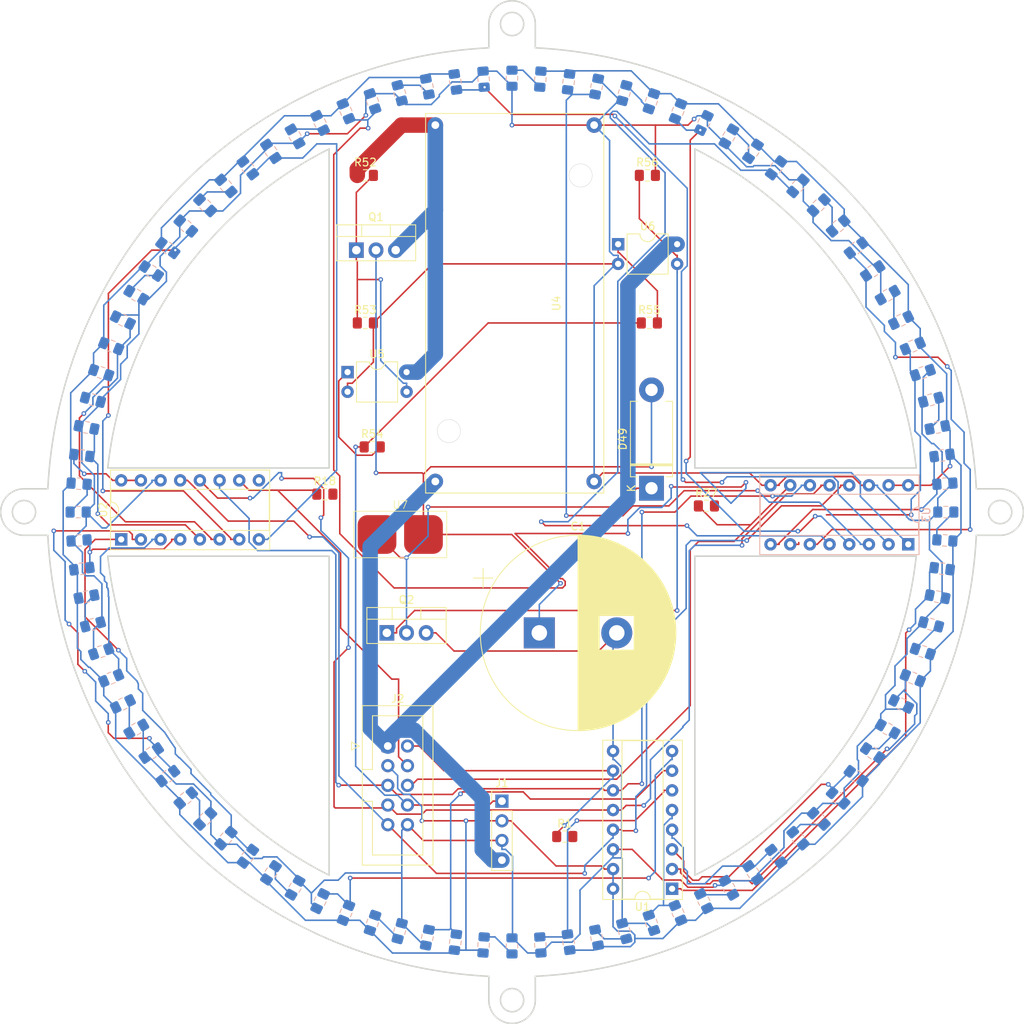
<source format=kicad_pcb>
(kicad_pcb (version 20240108) (generator "pcbnew") (generator_version "8.0")
  (layers (0 "F.Cu" signal) (31 "B.Cu" signal) (34 "B.Paste" user) (35 "F.Paste" user) (36 "B.SilkS" user "B.Silkscreen") (37 "F.SilkS" user "F.Silkscreen") (38 "B.Mask" user) (39 "F.Mask" user) (44 "Edge.Cuts" user))
  (net 0 "")
  (net 1 "Net-(D49-K)")
  (net 2 "GND")
  (net 3 "Net-(D1-A)")
  (net 4 "Net-(D2-A)")
  (net 5 "Net-(D3-A)")
  (net 6 "Net-(D4-A)")
  (net 7 "Net-(D5-A)")
  (net 8 "Net-(D6-A)")
  (net 9 "Net-(D7-A)")
  (net 10 "Net-(D8-A)")
  (net 11 "Net-(D9-A)")
  (net 12 "Net-(D10-A)")
  (net 13 "Net-(D11-A)")
  (net 14 "Net-(D12-A)")
  (net 15 "Net-(D13-A)")
  (net 16 "Net-(D14-A)")
  (net 17 "Net-(D15-A)")
  (net 18 "Net-(D16-A)")
  (net 19 "Net-(D17-A)")
  (net 20 "Net-(D18-A)")
  (net 21 "Net-(D19-A)")
  (net 22 "Net-(D20-A)")
  (net 23 "Net-(D21-A)")
  (net 24 "Net-(D22-A)")
  (net 25 "Net-(D23-A)")
  (net 26 "Net-(D24-A)")
  (net 27 "3.3v")
  (net 28 "Net-(D49-A)")
  (net 29 "Kicker")
  (net 30 "MOSI")
  (net 31 "MISO")
  (net 32 "SCK1")
  (net 33 "Net-(Q1-G)")
  (net 34 "Net-(Q2-G)")
  (net 35 "48v")
  (net 36 "CSLS1")
  (net 37 "CSLS2")
  (net 38 "Net-(U5-A)")
  (net 39 "CH01")
  (net 40 "CH11")
  (net 41 "CH21")
  (net 42 "CH31")
  (net 43 "CH41")
  (net 44 "CH51")
  (net 45 "CH61")
  (net 46 "CH71")
  (net 47 "CH02")
  (net 48 "CH12")
  (net 49 "CH22")
  (net 50 "CH32")
  (net 51 "CH42")
  (net 52 "CH52")
  (net 53 "CH62")
  (net 54 "CH72")
  (net 55 "CH03")
  (net 56 "CH13")
  (net 57 "CH23")
  (net 58 "CH33")
  (net 59 "CH43")
  (net 60 "CH53")
  (net 61 "CH63")
  (net 62 "CH73")
  (net 63 "12v")
  (net 64 "CSLS3")
  (net 68 "Net-(U6-A)")
  (footprint "Package_DIP:DIP-16_W7.62mm_Socket" (layer "F.Cu") (at 249.555 303.53 90)
    (property "Reference" "U2")
    (property "Value" "MCP3008")
  )
  (footprint "Connector_PinHeader_2.54mm:PinHeader_1x04_P2.54mm_Vertical" (layer "F.Cu") (at 298.704 337.312)
    (property "Reference" "J1")
    (property "Value" "Conn_01x04")
  )
  (footprint "Capacitor_SMD:C_0805_2012Metric_Pad1.18x1.45mm_HandSolder" (layer "F.Cu") (at 325.0985 299.212)
    (property "Reference" "R27")
    (property "Value" "10k")
  )
  (footprint "Capacitor_SMD:C_0805_2012Metric_Pad1.18x1.45mm_HandSolder" (layer "F.Cu") (at 275.844 297.688)
    (property "Reference" "R18")
    (property "Value" "10k")
  )
  (footprint "Package_DIP:DIP-4_W7.62mm" (layer "F.Cu") (at 313.7 265.425)
    (property "Reference" "U6")
    (property "Value" "NSL-32")
  )
  (footprint "Connector_IDC:IDC-Header_2x05_P2.54mm_Vertical" (layer "F.Cu") (at 283.972 330.2)
    (property "Reference" "J2")
    (property "Value" "Bottom PCB")
  )
  (footprint "Capacitor_SMD:C_0805_2012Metric_Pad1.18x1.45mm_HandSolder" (layer "F.Cu") (at 281.0725 256.54)
    (property "Reference" "R52")
    (property "Value" "5k")
  )
  (footprint "Capacitor_SMD:C_0805_2012Metric_Pad1.18x1.45mm_HandSolder" (layer "F.Cu") (at 317.4785 256.54)
    (property "Reference" "R56")
    (property "Value" "10k")
  )
  (footprint "Capacitor_SMD:C_0805_2012Metric_Pad1.18x1.45mm_HandSolder" (layer "F.Cu") (at 317.7325 275.59)
    (property "Reference" "R55")
    (property "Value" "210")
  )
  (footprint "Capacitor_SMD:C_0805_2012Metric_Pad1.18x1.45mm_HandSolder" (layer "F.Cu") (at 281.0725 275.59)
    (property "Reference" "R53")
    (property "Value" "19k")
  )
  (footprint "Package_DIP:DIP-4_W7.62mm" (layer "F.Cu") (at 278.775 281.935)
    (property "Reference" "U5")
    (property "Value" "NSL-32")
  )
  (footprint "Package_TO_SOT_THT:TO-220-3_Vertical" (layer "F.Cu") (at 279.908 266.192)
    (property "Reference" "Q1")
    (property "Value" "P-Channel")
  )
  (footprint "Package_DIP:DIP-16_W7.62mm_Socket" (layer "F.Cu") (at 320.665 348.625 180)
    (property "Reference" "U1")
    (property "Value" "MCP3008")
  )
  (footprint "BoostConverter:Boost_Convertor_LM2577" (layer "F.Cu") (at 300.355 273.05 90)
    (property "Reference" "U4")
    (property "Value" "BoostConverter")
    (fp_circle (center -16.5 -8.5) (end -15 -8.5) (stroke (width 0.05)) (fill none) (layer "Edge.Cuts"))
    (fp_circle (center 16.5 8.5) (end 18 8.5) (stroke (width 0.05)) (fill none) (layer "Edge.Cuts"))
  )
  (footprint "Diode_THT:D_DO-201AD_P12.70mm_Horizontal" (layer "F.Cu") (at 318.008 296.926 90)
    (property "Reference" "D49")
    (property "Value" "Diode")
  )
  (footprint "Capacitor_SMD:C_0805_2012Metric_Pad1.18x1.45mm_HandSolder" (layer "F.Cu") (at 281.9615 291.592)
    (property "Reference" "R54")
    (property "Value" "210")
  )
  (footprint "Package_TO_SOT_THT:TO-220-3_Vertical" (layer "F.Cu") (at 283.845 315.595)
    (property "Reference" "Q2")
    (property "Value" "N-Channel")
  )
  (footprint "KickerPad:KickerPad" (layer "F.Cu") (at 285.575 302.895)
    (property "Reference" "U7")
    (property "Value" "Solenoid-Electric")
  )
  (footprint "Capacitor_THT:CP_Radial_D25.0mm_P10.00mm_SnapIn" (layer "F.Cu") (at 303.53 315.595)
    (property "Reference" "C1")
    (property "Value" "80v 2200uf")
  )
  (footprint "Capacitor_SMD:C_0805_2012Metric_Pad1.18x1.45mm_HandSolder" (layer "F.Cu") (at 306.8105 341.884)
    (property "Reference" "R1")
    (property "Value" "10k")
  )
  (footprint "Capacitor_SMD:C_0805_2012Metric_Pad1.18x1.45mm_HandSolder" (layer "B.Cu") (at 336.9234 257.897 49)
    (property "Reference" "R48" (hide yes))
    (property "Value" "14k")
  )
  (footprint "Capacitor_SMD:C_0805_2012Metric_Pad1.18x1.45mm_HandSolder" (layer "B.Cu") (at 339.598 260.402 45)
    (property "Reference" "D22" (hide yes))
    (property "Value" "LED")
  )
  (footprint "Capacitor_SMD:C_0805_2012Metric_Pad1.18x1.45mm_HandSolder" (layer "B.Cu") (at 253.4377 331.1119 -146)
    (property "Reference" "R37" (hide yes))
    (property "Value" "14k")
  )
  (footprint "Capacitor_SMD:C_0805_2012Metric_Pad1.18x1.45mm_HandSolder" (layer "B.Cu") (at 336.9234 342.103 -49)
    (property "Reference" "R5" (hide yes))
    (property "Value" "750")
  )
  (footprint "Capacitor_SMD:C_0805_2012Metric_Pad1.18x1.45mm_HandSolder" (layer "B.Cu") (at 318.0006 246.9719 71)
    (property "Reference" "R22" (hide yes))
    (property "Value" "750")
  )
  (footprint "Capacitor_SMD:C_0805_2012Metric_Pad1.18x1.45mm_HandSolder" (layer "B.Cu") (at 334.0906 344.4278 -52)
    (property "Reference" "D28" (hide yes))
    (property "Value" "D_Photo")
  )
  (footprint "Capacitor_SMD:C_0805_2012Metric_Pad1.18x1.45mm_HandSolder" (layer "B.Cu") (at 244.1199 296.3374 176)
    (property "Reference" "R14" (hide yes))
    (property "Value" "750")
  )
  (footprint "Capacitor_SMD:C_0805_2012Metric_Pad1.18x1.45mm_HandSolder" (layer "B.Cu") (at 296.3374 355.8801 -94)
    (property "Reference" "R8" (hide yes))
    (property "Value" "750")
  )
  (footprint "Capacitor_SMD:C_0805_2012Metric_Pad1.18x1.45mm_HandSolder" (layer "B.Cu") (at 257.897 336.9234 -139)
    (property "Reference" "R11" (hide yes))
    (property "Value" "750")
  )
  (footprint "Capacitor_SMD:C_0805_2012Metric_Pad1.18x1.45mm_HandSolder" (layer "B.Cu") (at 342.103 336.9234 -41)
    (property "Reference" "R30" (hide yes))
    (property "Value" "14k")
  )
  (footprint "Capacitor_SMD:C_0805_2012Metric_Pad1.18x1.45mm_HandSolder" (layer "B.Cu") (at 255.5722 265.9094 143)
    (property "Reference" "D39" (hide yes))
    (property "Value" "D_Photo")
  )
  (footprint "Capacitor_SMD:C_0805_2012Metric_Pad1.18x1.45mm_HandSolder" (layer "B.Cu") (at 289.0749 354.924 -101)
    (property "Reference" "R34" (hide yes))
    (property "Value" "14k")
  )
  (footprint "Capacitor_SMD:C_0805_2012Metric_Pad1.18x1.45mm_HandSolder" (layer "B.Cu") (at 251.5026 272 150)
    (property "Reference" "D15" (hide yes))
    (property "Value" "LED")
  )
  (footprint "Capacitor_SMD:C_0805_2012Metric_Pad1.18x1.45mm_HandSolder" (layer "B.Cu") (at 354.0918 314.4939 -15)
    (property "Reference" "D2" (hide yes))
    (property "Value" "LED")
  )
  (footprint "Capacitor_SMD:C_0805_2012Metric_Pad1.18x1.45mm_HandSolder" (layer "B.Cu") (at 300 244 90)
    (property "Reference" "D19" (hide yes))
    (property "Value" "LED")
  )
  (footprint "Capacitor_SMD:C_0805_2012Metric_Pad1.18x1.45mm_HandSolder" (layer "B.Cu") (at 249.7751 324.7682 -154)
    (property "Reference" "R12" (hide yes))
    (property "Value" "750")
  )
  (footprint "Capacitor_SMD:C_0805_2012Metric_Pad1.18x1.45mm_HandSolder" (layer "B.Cu") (at 253.4377 268.8881 146)
    (property "Reference" "R16" (hide yes))
    (property "Value" "750")
  )
  (footprint "Capacitor_SMD:C_0805_2012Metric_Pad1.18x1.45mm_HandSolder" (layer "B.Cu") (at 314.4939 245.9082 75)
    (property "Reference" "D20" (hide yes))
    (property "Value" "LED")
  )
  (footprint "Capacitor_SMD:C_0805_2012Metric_Pad1.18x1.45mm_HandSolder" (layer "B.Cu") (at 346.5623 268.8881 34)
    (property "Reference" "R49" (hide yes))
    (property "Value" "14k")
  )
  (footprint "Capacitor_SMD:C_0805_2012Metric_Pad1.18x1.45mm_HandSolder" (layer "B.Cu") (at 244.1199 303.6626 -176)
    (property "Reference" "R39" (hide yes))
    (property "Value" "14k")
  )
  (footprint "Capacitor_SMD:C_0805_2012Metric_Pad1.18x1.45mm_HandSolder" (layer "B.Cu") (at 307.3095 244.4791 83)
    (property "Reference" "D43" (hide yes))
    (property "Value" "D_Photo")
  )
  (footprint "Capacitor_SMD:C_0805_2012Metric_Pad1.18x1.45mm_HandSolder" (layer "B.Cu") (at 355.5209 292.6905 8)
    (property "Reference" "D48" (hide yes))
    (property "Value" "D_Photo")
  )
  (footprint "Capacitor_SMD:C_0805_2012Metric_Pad1.18x1.45mm_HandSolder" (layer "B.Cu") (at 355.8801 303.6626 -4)
    (property "Reference" "R2" (hide yes))
    (property "Value" "750")
  )
  (footprint "Capacitor_SMD:C_0805_2012Metric_Pad1.18x1.45mm_HandSolder" (layer "B.Cu") (at 278.5697 248.2627 113)
    (property "Reference" "D41" (hide yes))
    (property "Value" "D_Photo")
  )
  (footprint "Capacitor_SMD:C_0805_2012Metric_Pad1.18x1.45mm_HandSolder" (layer "B.Cu") (at 314.4939 354.0918 -75)
    (property "Reference" "D6" (hide yes))
    (property "Value" "LED")
  )
  (footprint "Capacitor_SMD:C_0805_2012Metric_Pad1.18x1.45mm_HandSolder" (layer "B.Cu") (at 355.5209 307.3095 -7)
    (property "Reference" "D25" (hide yes))
    (property "Value" "D_Photo")
  )
  (footprint "Capacitor_SMD:C_0805_2012Metric_Pad1.18x1.45mm_HandSolder" (layer "B.Cu") (at 272 251.5026 120)
    (property "Reference" "D17" (hide yes))
    (property "Value" "LED")
  )
  (footprint "Capacitor_SMD:C_0805_2012Metric_Pad1.18x1.45mm_HandSolder" (layer "B.Cu") (at 260.402 339.598 -135)
    (property "Reference" "D10" (hide yes))
    (property "Value" "LED")
  )
  (footprint "Capacitor_SMD:C_0805_2012Metric_Pad1.18x1.45mm_HandSolder" (layer "B.Cu") (at 346.5623 331.1119 -34)
    (property "Reference" "R4" (hide yes))
    (property "Value" "750")
  )
  (footprint "Capacitor_SMD:C_0805_2012Metric_Pad1.18x1.45mm_HandSolder" (layer "B.Cu") (at 249.7751 275.2318 154)
    (property "Reference" "R41" (hide yes))
    (property "Value" "14k")
  )
  (footprint "Capacitor_SMD:C_0805_2012Metric_Pad1.18x1.45mm_HandSolder" (layer "B.Cu") (at 331.1119 253.4377 56)
    (property "Reference" "R23" (hide yes))
    (property "Value" "750")
  )
  (footprint "Capacitor_SMD:C_0805_2012Metric_Pad1.18x1.45mm_HandSolder" (layer "B.Cu") (at 289.0749 245.076 101)
    (property "Reference" "R20" (hide yes))
    (property "Value" "750")
  )
  (footprint "Capacitor_SMD:C_0805_2012Metric_Pad1.18x1.45mm_HandSolder" (layer "B.Cu") (at 260.402 260.402 135)
    (property "Reference" "D16" (hide yes))
    (property "Value" "LED")
  )
  (footprint "Capacitor_SMD:C_0805_2012Metric_Pad1.18x1.45mm_HandSolder" (layer "B.Cu") (at 285.5061 354.0918 -105)
    (property "Reference" "D8" (hide yes))
    (property "Value" "LED")
  )
  (footprint "Capacitor_SMD:C_0805_2012Metric_Pad1.18x1.45mm_HandSolder" (layer "B.Cu") (at 353.0281 318.0006 -19)
    (property "Reference" "R3" (hide yes))
    (property "Value" "750")
  )
  (footprint "Capacitor_SMD:C_0805_2012Metric_Pad1.18x1.45mm_HandSolder" (layer "B.Cu") (at 263.0766 257.897 131)
    (property "Reference" "R17" (hide yes))
    (property "Value" "750")
  )
  (footprint "Capacitor_SMD:C_0805_2012Metric_Pad1.18x1.45mm_HandSolder" (layer "B.Cu") (at 255.5722 334.0906 -142)
    (property "Reference" "D34" (hide yes))
    (property "Value" "D_Photo")
  )
  (footprint "Capacitor_SMD:C_0805_2012Metric_Pad1.18x1.45mm_HandSolder" (layer "B.Cu") (at 275.2318 249.7751 116)
    (property "Reference" "R19" (hide yes))
    (property "Value" "750")
  )
  (footprint "Capacitor_SMD:C_0805_2012Metric_Pad1.18x1.45mm_HandSolder" (layer "B.Cu") (at 354.924 289.0749 11)
    (property "Reference" "R26" (hide yes))
    (property "Value" "750")
  )
  (footprint "Capacitor_SMD:C_0805_2012Metric_Pad1.18x1.45mm_HandSolder" (layer "B.Cu") (at 356 300)
    (property "Reference" "D1" (hide yes))
    (property "Value" "LED")
  )
  (footprint "Capacitor_SMD:C_0805_2012Metric_Pad1.18x1.45mm_HandSolder" (layer "B.Cu") (at 344.4278 334.0906 -37)
    (property "Reference" "D27" (hide yes))
    (property "Value" "D_Photo")
  )
  (footprint "Capacitor_SMD:C_0805_2012Metric_Pad1.18x1.45mm_HandSolder" (layer "B.Cu") (at 324.7682 249.7751 64)
    (property "Reference" "R47" (hide yes))
    (property "Value" "14k")
  )
  (footprint "Capacitor_SMD:C_0805_2012Metric_Pad1.18x1.45mm_HandSolder" (layer "B.Cu") (at 278.5697 351.7373 -112)
    (property "Reference" "D32" (hide yes))
    (property "Value" "D_Photo")
  )
  (footprint "Capacitor_SMD:C_0805_2012Metric_Pad1.18x1.45mm_HandSolder" (layer "B.Cu") (at 244 300 180)
    (property "Reference" "D13" (hide yes))
    (property "Value" "LED")
  )
  (footprint "Capacitor_SMD:C_0805_2012Metric_Pad1.18x1.45mm_HandSolder" (layer "B.Cu") (at 245.9082 314.4939 -165)
    (property "Reference" "D12" (hide yes))
    (property "Value" "LED")
  )
  (footprint "Capacitor_SMD:C_0805_2012Metric_Pad1.18x1.45mm_HandSolder" (layer "B.Cu") (at 307.3095 355.5209 -82)
    (property "Reference" "D30" (hide yes))
    (property "Value" "D_Photo")
  )
  (footprint "Capacitor_SMD:C_0805_2012Metric_Pad1.18x1.45mm_HandSolder" (layer "B.Cu") (at 285.5061 245.9082 105)
    (property "Reference" "D18" (hide yes))
    (property "Value" "LED")
  )
  (footprint "Capacitor_SMD:C_0805_2012Metric_Pad1.18x1.45mm_HandSolder" (layer "B.Cu") (at 257.897 263.0766 139)
    (property "Reference" "R42" (hide yes))
    (property "Value" "14k")
  )
  (footprint "Capacitor_SMD:C_0805_2012Metric_Pad1.18x1.45mm_HandSolder" (layer "B.Cu") (at 334.0906 255.5722 53)
    (property "Reference" "D45" (hide yes))
    (property "Value" "D_Photo")
  )
  (footprint "Capacitor_SMD:C_0805_2012Metric_Pad1.18x1.45mm_HandSolder" (layer "B.Cu") (at 263.0766 342.103 -131)
    (property "Reference" "R36" (hide yes))
    (property "Value" "14k")
  )
  (footprint "Capacitor_SMD:C_0805_2012Metric_Pad1.18x1.45mm_HandSolder" (layer "B.Cu") (at 272 348.4974 -120)
    (property "Reference" "D9" (hide yes))
    (property "Value" "LED")
  )
  (footprint "Capacitor_SMD:C_0805_2012Metric_Pad1.18x1.45mm_HandSolder" (layer "B.Cu") (at 353.0281 281.9994 19)
    (property "Reference" "R50" (hide yes))
    (property "Value" "14k")
  )
  (footprint "Capacitor_SMD:C_0805_2012Metric_Pad1.18x1.45mm_HandSolder" (layer "B.Cu") (at 244.4791 292.6905 173)
    (property "Reference" "D37" (hide yes))
    (property "Value" "D_Photo")
  )
  (footprint "Capacitor_SMD:C_0805_2012Metric_Pad1.18x1.45mm_HandSolder" (layer "B.Cu") (at 351.7373 278.5697 23)
    (property "Reference" "D47" (hide yes))
    (property "Value" "D_Photo")
  )
  (footprint "Capacitor_SMD:C_0805_2012Metric_Pad1.18x1.45mm_HandSolder" (layer "B.Cu") (at 355.8801 296.3374 4)
    (property "Reference" "R51" (hide yes))
    (property "Value" "14k")
  )
  (footprint "Capacitor_SMD:C_0805_2012Metric_Pad1.18x1.45mm_HandSolder" (layer "B.Cu") (at 244.4791 307.3095 -172)
    (property "Reference" "D36" (hide yes))
    (property "Value" "D_Photo")
  )
  (footprint "Capacitor_SMD:C_0805_2012Metric_Pad1.18x1.45mm_HandSolder" (layer "B.Cu") (at 310.9251 354.924 -79)
    (property "Reference" "R7" (hide yes))
    (property "Value" "165")
  )
  (footprint "Capacitor_SMD:C_0805_2012Metric_Pad1.18x1.45mm_HandSolder" (layer "B.Cu") (at 248.2627 278.5697 158)
    (property "Reference" "D38" (hide yes))
    (property "Value" "D_Photo")
  )
  (footprint "Capacitor_SMD:C_0805_2012Metric_Pad1.18x1.45mm_HandSolder" (layer "B.Cu") (at 328 251.5026 60)
    (property "Reference" "D21" (hide yes))
    (property "Value" "LED")
  )
  (footprint "Capacitor_SMD:C_0805_2012Metric_Pad1.18x1.45mm_HandSolder" (layer "B.Cu") (at 344.4278 265.9094 38)
    (property "Reference" "D46" (hide yes))
    (property "Value" "D_Photo")
  )
  (footprint "Capacitor_SMD:C_0805_2012Metric_Pad1.18x1.45mm_HandSolder" (layer "B.Cu") (at 245.076 289.0749 169)
    (property "Reference" "R40" (hide yes))
    (property "Value" "14k")
  )
  (footprint "Capacitor_SMD:C_0805_2012Metric_Pad1.18x1.45mm_HandSolder" (layer "B.Cu") (at 339.598 339.598 -45)
    (property "Reference" "D4" (hide yes))
    (property "Value" "LED")
  )
  (footprint "Capacitor_SMD:C_0805_2012Metric_Pad1.18x1.45mm_HandSolder" (layer "B.Cu") (at 292.6905 355.5209 -97)
    (property "Reference" "D31" (hide yes))
    (property "Value" "D_Photo")
  )
  (footprint "Capacitor_SMD:C_0805_2012Metric_Pad1.18x1.45mm_HandSolder" (layer "B.Cu") (at 268.8881 253.4377 124)
    (property "Reference" "R43" (hide yes))
    (property "Value" "14k")
  )
  (footprint "Capacitor_SMD:C_0805_2012Metric_Pad1.18x1.45mm_HandSolder" (layer "B.Cu") (at 245.076 310.9251 -169)
    (property "Reference" "R13" (hide yes))
    (property "Value" "750")
  )
  (footprint "Package_DIP:DIP-16_W7.62mm_Socket" (layer "B.Cu") (at 351.155 304.165 90)
    (property "Reference" "U3")
    (property "Value" "MCP3008")
  )
  (footprint "Capacitor_SMD:C_0805_2012Metric_Pad1.18x1.45mm_HandSolder" (layer "B.Cu") (at 348.4974 328 -30)
    (property "Reference" "D3" (hide yes))
    (property "Value" "LED")
  )
  (footprint "Capacitor_SMD:C_0805_2012Metric_Pad1.18x1.45mm_HandSolder" (layer "B.Cu") (at 246.9719 318.0006 -161)
    (property "Reference" "R38" (hide yes))
    (property "Value" "14k")
  )
  (footprint "Capacitor_SMD:C_0805_2012Metric_Pad1.18x1.45mm_HandSolder" (layer "B.Cu") (at 321.4303 248.2627 68)
    (property "Reference" "D44" (hide yes))
    (property "Value" "D_Photo")
  )
  (footprint "Capacitor_SMD:C_0805_2012Metric_Pad1.18x1.45mm_HandSolder" (layer "B.Cu") (at 248.2627 321.4303 -157)
    (property "Reference" "D35" (hide yes))
    (property "Value" "D_Photo")
  )
  (footprint "Capacitor_SMD:C_0805_2012Metric_Pad1.18x1.45mm_HandSolder" (layer "B.Cu") (at 354.0918 285.5061 15)
    (property "Reference" "D24" (hide yes))
    (property "Value" "LED")
  )
  (footprint "Capacitor_SMD:C_0805_2012Metric_Pad1.18x1.45mm_HandSolder" (layer "B.Cu") (at 342.103 263.0766 41)
    (property "Reference" "R24" (hide yes))
    (property "Value" "750")
  )
  (footprint "Capacitor_SMD:C_0805_2012Metric_Pad1.18x1.45mm_HandSolder" (layer "B.Cu") (at 268.8881 346.5623 -124)
    (property "Reference" "R10" (hide yes))
    (property "Value" "750")
  )
  (footprint "Capacitor_SMD:C_0805_2012Metric_Pad1.18x1.45mm_HandSolder" (layer "B.Cu") (at 354.924 310.9251 -11)
    (property "Reference" "R28" (hide yes))
    (property "Value" "14k")
  )
  (footprint "Capacitor_SMD:C_0805_2012Metric_Pad1.18x1.45mm_HandSolder" (layer "B.Cu") (at 265.9094 344.4278 -127)
    (property "Reference" "D33" (hide yes))
    (property "Value" "D_Photo")
  )
  (footprint "Capacitor_SMD:C_0805_2012Metric_Pad1.18x1.45mm_HandSolder" (layer "B.Cu") (at 310.9251 245.076 79)
    (property "Reference" "R46" (hide yes))
    (property "Value" "14k")
  )
  (footprint "Capacitor_SMD:C_0805_2012Metric_Pad1.18x1.45mm_HandSolder" (layer "B.Cu") (at 292.6905 244.4791 98)
    (property "Reference" "D42" (hide yes))
    (property "Value" "D_Photo")
  )
  (footprint "Capacitor_SMD:C_0805_2012Metric_Pad1.18x1.45mm_HandSolder" (layer "B.Cu") (at 300 356 -90)
    (property "Reference" "D7" (hide yes))
    (property "Value" "LED")
  )
  (footprint "Capacitor_SMD:C_0805_2012Metric_Pad1.18x1.45mm_HandSolder" (layer "B.Cu") (at 303.6626 244.1199 86)
    (property "Reference" "R21" (hide yes))
    (property "Value" "750")
  )
  (footprint "Capacitor_SMD:C_0805_2012Metric_Pad1.18x1.45mm_HandSolder" (layer "B.Cu") (at 350.2249 275.2318 26)
    (property "Reference" "R25" (hide yes))
    (property "Value" "750")
  )
  (footprint "Capacitor_SMD:C_0805_2012Metric_Pad1.18x1.45mm_HandSolder" (layer "B.Cu") (at 265.9094 255.5722 128)
    (property "Reference" "D40" (hide yes))
    (property "Value" "D_Photo")
  )
  (footprint "Capacitor_SMD:C_0805_2012Metric_Pad1.18x1.45mm_HandSolder" (layer "B.Cu") (at 321.4303 351.7373 -67)
    (property "Reference" "D29" (hide yes))
    (property "Value" "D_Photo")
  )
  (footprint "Capacitor_SMD:C_0805_2012Metric_Pad1.18x1.45mm_HandSolder" (layer "B.Cu") (at 324.7682 350.2249 -64)
    (property "Reference" "R6" (hide yes))
    (property "Value" "750")
  )
  (footprint "Capacitor_SMD:C_0805_2012Metric_Pad1.18x1.45mm_HandSolder" (layer "B.Cu") (at 351.7373 321.4303 -22)
    (property "Reference" "D26" (hide yes))
    (property "Value" "D_Photo")
  )
  (footprint "Capacitor_SMD:C_0805_2012Metric_Pad1.18x1.45mm_HandSolder" (layer "B.Cu") (at 350.2249 324.7682 -26)
    (property "Reference" "R29" (hide yes))
    (property "Value" "14k")
  )
  (footprint "Capacitor_SMD:C_0805_2012Metric_Pad1.18x1.45mm_HandSolder" (layer "B.Cu") (at 303.6626 355.8801 -86)
    (property "Reference" "R33" (hide yes))
    (property "Value" "14k")
  )
  (footprint "Capacitor_SMD:C_0805_2012Metric_Pad1.18x1.45mm_HandSolder" (layer "B.Cu") (at 275.2318 350.2249 -116)
    (property "Reference" "R35" (hide yes))
    (property "Value" "14k")
  )
  (footprint "Capacitor_SMD:C_0805_2012Metric_Pad1.18x1.45mm_HandSolder" (layer "B.Cu") (at 296.3374 244.1199 94)
    (property "Reference" "R45" (hide yes))
    (property "Value" "14k")
  )
  (footprint "Capacitor_SMD:C_0805_2012Metric_Pad1.18x1.45mm_HandSolder" (layer "B.Cu") (at 331.1119 346.5623 -56)
    (property "Reference" "R31" (hide yes))
    (property "Value" "14k")
  )
  (footprint "Capacitor_SMD:C_0805_2012Metric_Pad1.18x1.45mm_HandSolder" (layer "B.Cu") (at 281.9994 246.9719 109)
    (property "Reference" "R44" (hide yes))
    (property "Value" "14k")
  )
  (footprint "Capacitor_SMD:C_0805_2012Metric_Pad1.18x1.45mm_HandSolder" (layer "B.Cu") (at 251.5026 328 -150)
    (property "Reference" "D11" (hide yes))
    (property "Value" "LED")
  )
  (footprint "Capacitor_SMD:C_0805_2012Metric_Pad1.18x1.45mm_HandSolder" (layer "B.Cu") (at 348.4974 272 30)
    (property "Reference" "D23" (hide yes))
    (property "Value" "LED")
  )
  (footprint "Capacitor_SMD:C_0805_2012Metric_Pad1.18x1.45mm_HandSolder" (layer "B.Cu") (at 281.9994 353.0281 -109)
    (property "Reference" "R9" (hide yes))
    (property "Value" "750")
  )
  (footprint "Capacitor_SMD:C_0805_2012Metric_Pad1.18x1.45mm_HandSolder" (layer "B.Cu") (at 246.9719 281.9994 161)
    (property "Reference" "R15" (hide yes))
    (property "Value" "750")
  )
  (footprint "Capacitor_SMD:C_0805_2012Metric_Pad1.18x1.45mm_HandSolder" (layer "B.Cu") (at 318.0006 353.0281 -71)
    (property "Reference" "R32" (hide yes))
    (property "Value" "14k")
  )
  (footprint "Capacitor_SMD:C_0805_2012Metric_Pad1.18x1.45mm_HandSolder" (layer "B.Cu") (at 328 348.4974 -60)
    (property "Reference" "D5" (hide yes))
    (property "Value" "LED")
  )
  (footprint "Capacitor_SMD:C_0805_2012Metric_Pad1.18x1.45mm_HandSolder" (layer "B.Cu") (at 245.9082 285.5061 165)
    (property "Reference" "D14" (hide yes))
    (property "Value" "LED")
  )
  (gr_line (start 297.011314 237.008748) (end 297.011314 240.076472) (stroke (width 0.2)) (layer "Edge.Cuts"))
  (gr_line (start 240.086362 297.001426) (end 236.993808 297.001426) (stroke (width 0.2)) (layer "Edge.Cuts"))
  (gr_circle (center 300.011314 363.001426) (end 301.511314 363.001426) (stroke (width 0.2)) (fill none) (layer "Edge.Cuts"))
  (gr_arc (start 303.011314 363.0014) (mid 300.011314 366.001426) (end 297.011314 363.011499) (stroke (width 0.2)) (layer "Edge.Cuts"))
  (gr_line (start 303.011314 363.0014) (end 303.011314 359.926375) (stroke (width 0.2)) (layer "Edge.Cuts"))
  (gr_arc (start 359.936265 303.001426) (mid 342.437713 342.427822) (end 303.011314 359.926375) (stroke (width 0.2)) (layer "Edge.Cuts"))
  (gr_circle (center 237.011314 300.001426) (end 238.511314 300.001426) (stroke (width 0.2)) (fill none) (layer "Edge.Cuts"))
  (gr_line (start 323.609667 294.312153) (end 323.609667 253.129187) (stroke (width 0.2)) (layer "Edge.Cuts"))
  (gr_circle (center 300.011314 237.001426) (end 301.511314 237.001426) (stroke (width 0.2)) (fill none) (layer "Edge.Cuts"))
  (gr_line (start 359.936265 303.001426) (end 363.0113 303.001426) (stroke (width 0.2)) (layer "Edge.Cuts"))
  (gr_circle (center 363.011314 300.001426) (end 364.511314 300.001426) (stroke (width 0.2)) (fill none) (layer "Edge.Cuts"))
  (gr_arc (start 240.086362 297.001426) (mid 257.5849 257.575008) (end 297.011314 240.076472) (stroke (width 0.2)) (layer "Edge.Cuts"))
  (gr_arc (start 297.011314 359.926377) (mid 257.584906 342.427834) (end 240.086325 303.001426) (stroke (width 0.2)) (layer "Edge.Cuts"))
  (gr_arc (start 276.390333 346.873663) (mid 256.873357 329.911813) (end 247.820448 305.690699) (stroke (width 0.2)) (layer "Edge.Cuts"))
  (gr_arc (start 297.011314 237.008748) (mid 300.011314 234.001426) (end 303.011314 237.001426) (stroke (width 0.2)) (layer "Edge.Cuts"))
  (gr_arc (start 352.179513 305.690699) (mid 343.126632 329.911798) (end 323.609667 346.87366) (stroke (width 0.2)) (layer "Edge.Cuts"))
  (gr_line (start 323.609667 305.690699) (end 323.609667 346.87366) (stroke (width 0.2)) (layer "Edge.Cuts"))
  (gr_arc (start 363.0113 297.001426) (mid 366.011274 300.0014) (end 363.0113 303.001374) (stroke (width 0.2)) (layer "Edge.Cuts"))
  (gr_line (start 276.390333 294.312153) (end 247.820486 294.312153) (stroke (width 0.2)) (layer "Edge.Cuts"))
  (gr_arc (start 303.011314 240.076473) (mid 342.43772 257.57502) (end 359.936229 297.001426) (stroke (width 0.2)) (layer "Edge.Cuts"))
  (gr_arc (start 247.820486 294.312153) (mid 256.873352 270.091036) (end 276.390333 253.129186) (stroke (width 0.2)) (layer "Edge.Cuts"))
  (gr_line (start 276.390333 305.690699) (end 276.390333 346.873663) (stroke (width 0.2)) (layer "Edge.Cuts"))
  (gr_line (start 237.0113 303.001426) (end 240.086325 303.001426) (stroke (width 0.2)) (layer "Edge.Cuts"))
  (gr_line (start 363.0113 303.001374) (end 363.0113 303.001426) (stroke (width 0.2)) (layer "Edge.Cuts"))
  (gr_line (start 276.390333 305.690699) (end 247.820448 305.690699) (stroke (width 0.2)) (layer "Edge.Cuts"))
  (gr_line (start 303.011314 240.076473) (end 303.011314 237.001426) (stroke (width 0.2)) (layer "Edge.Cuts"))
  (gr_line (start 352.179513 305.690699) (end 323.609667 305.690699) (stroke (width 0.2)) (layer "Edge.Cuts"))
  (gr_line (start 276.390333 294.312153) (end 276.390333 253.129186) (stroke (width 0.2)) (layer "Edge.Cuts"))
  (gr_arc (start 237.0113 303.001426) (mid 234.011274 300.0014) (end 236.993808 297.001426) (stroke (width 0.2)) (layer "Edge.Cuts"))
  (gr_line (start 297.011314 359.926377) (end 297.011314 363.011499) (stroke (width 0.2)) (layer "Edge.Cuts"))
  (gr_line (start 352.179511 294.312153) (end 323.609667 294.312153) (stroke (width 0.2)) (layer "Edge.Cuts"))
  (gr_arc (start 323.609667 253.129187) (mid 343.126646 270.091038) (end 352.179511 294.312153) (stroke (width 0.2)) (layer "Edge.Cuts"))
  (gr_line (start 363.0113 297.001426) (end 359.936229 297.001426) (stroke (width 0.2)) (layer "Edge.Cuts"))
  (segment (start 288.575 302.895) (end 299.9676 302.895) (width 0.2) (layer "F.Cu") (net 1))
  (segment (start 288.575 302.895) (end 288.5673 302.8873) (width 0.2) (layer "F.Cu") (net 1))
  (segment (start 299.9676 302.895) (end 306.2674 309.1948) (width 0.2) (layer "F.Cu") (net 1))
  (segment (start 288.3997 294.9404) (end 288.5673 295.108) (width 0.2) (layer "F.Cu") (net 1))
  (segment (start 282.448 294.9404) (end 288.3997 294.9404) (width 0.2) (layer "F.Cu") (net 1))
  (segment (start 288.5673 302.8873) (end 288.5673 295.108) (width 0.2) (layer "F.Cu") (net 1))
  (segment (start 289.5191 294.1562) (end 318.008 294.1562) (width 0.2) (layer "F.Cu") (net 1))
  (segment (start 288.5673 295.108) (end 289.5191 294.1562) (width 0.2) (layer "F.Cu") (net 1))
  (via (at 306.2674 309.1948) (size 0.6) (drill 0.3) (layers "F.Cu" "B.Cu") (net 1))
  (via (at 282.448 294.9404) (size 0.6) (drill 0.3) (layers "F.Cu" "B.Cu") (net 1))
  (via (at 318.008 294.1562) (size 0.6) (drill 0.3) (layers "F.Cu" "B.Cu") (net 1))
  (segment (start 303.53 311.9322) (end 303.53 315.595) (width 0.2) (layer "B.Cu") (net 1))
  (segment (start 282.448 266.192) (end 282.448 294.9404) (width 0.2) (layer "B.Cu") (net 1))
  (segment (start 318.008 284.226) (end 318.008 294.1562) (width 0.2) (layer "B.Cu") (net 1))
  (segment (start 306.2674 309.1948) (end 303.53 311.9322) (width 0.2) (layer "B.Cu") (net 1))
  (segment (start 318.516 250.05) (end 318.516 256.54) (width 0.2) (layer "F.Cu") (net 2))
  (segment (start 333.375 296.545) (end 332.2733 296.545) (width 0.2) (layer "F.Cu") (net 2))
  (segment (start 311.6966 294.9584) (end 310.605 296.05) (width 0.2) (layer "F.Cu") (net 2))
  (segment (start 334.4767 296.4073) (end 335.4563 295.4277) (width 0.2) (layer "F.Cu") (net 2))
  (segment (start 278.7549 251.1657) (end 273.5657 251.1657) (width 0.2) (layer "F.Cu") (net 2))
  (segment (start 310.605 250.05) (end 318.516 250.05) (width 0.2) (layer "F.Cu") (net 2))
  (segment (start 322.7032 348.4346) (end 325.96 348.4346) (width 0.2) (layer "F.Cu") (net 2))
  (segment (start 325.96 348.4346) (end 326.2121 348.1825) (width 0.2) (layer "F.Cu") (net 2))
  (segment (start 334.4767 296.545) (end 334.4767 296.4073) (width 0.2) (layer "F.Cu") (net 2))
  (segment (start 282.11 280.6408) (end 282.11 275.59) (width 0.2) (layer "F.Cu") (net 2))
  (segment (start 318.516 250.05) (end 322.7248 250.05) (width 0.2) (layer "F.Cu") (net 2))
  (segment (start 298.1282 342.392) (end 297.5523 342.392) (width 0.2) (layer "F.Cu") (net 2))
  (segment (start 297.5523 342.392) (end 288.544 342.392) (width 0.2) (layer "F.Cu") (net 2))
  (segment (start 321.7651 347.4965) (end 322.7032 348.4346) (width 0.2) (layer "F.Cu") (net 2))
  (segment (start 322.7248 250.05) (end 323.5096 249.2652) (width 0.2) (layer "F.Cu") (net 2))
  (segment (start 335.4563 295.4277) (end 343.9937 295.4277) (width 0.2) (layer "F.Cu") (net 2))
  (segment (start 310.605 250.05) (end 300 250.05) (width 0.2) (layer "F.Cu") (net 2))
  (segment (start 333.9259 296.545) (end 334.4767 296.545) (width 0.2) (layer "F.Cu") (net 2))
  (segment (start 279.3775 283.3733) (end 282.11 280.6408) (width 0.2) (layer "F.Cu") (net 2))
  (segment (start 298.1282 342.392) (end 298.704 342.392) (width 0.2) (layer "F.Cu") (net 2))
  (segment (start 281.1367 248.7839) (end 278.7549 251.1657) (width 0.2) (layer "F.Cu") (net 2))
  (segment (start 313.045 343.545) (end 315.5189 343.545) (width 0.2) (layer "F.Cu") (net 2))
  (segment (start 346.075 296.545) (end 344.9733 296.545) (width 0.2) (layer "F.Cu") (net 2))
  (segment (start 343.9937 295.4277) (end 344.9733 296.4073) (width 0.2) (layer "F.Cu") (net 2))
  (segment (start 311.1889 317.9361) (end 313.53 315.595) (width 0.2) (layer "F.Cu") (net 2))
  (segment (start 332.2733 296.545) (end 330.6867 294.9584) (width 0.2) (layer "F.Cu") (net 2))
  (segment (start 319.4704 347.4965) (end 321.7651 347.4965) (width 0.2) (layer "F.Cu") (net 2))
  (segment (start 290.1792 315.595) (end 292.5203 317.9361) (width 0.2) (layer "F.Cu") (net 2))
  (segment (start 315.5189 343.545) (end 319.4704 347.4965) (width 0.2) (layer "F.Cu") (net 2))
  (segment (start 278.775 284.475) (end 278.775 283.3733) (width 0.2) (layer "F.Cu") (net 2))
  (segment (start 288.925 315.595) (end 290.1792 315.595) (width 0.2) (layer "F.Cu") (net 2))
  (segment (start 330.6867 294.9584) (end 311.6966 294.9584) (width 0.2) (layer "F.Cu") (net 2))
  (segment (start 278.775 283.3733) (end 279.3775 283.3733) (width 0.2) (layer "F.Cu") (net 2))
  (segment (start 344.9733 296.4073) (end 344.9733 296.545) (width 0.2) (layer "F.Cu") (net 2))
  (segment (start 289.735 267.965) (end 313.7 267.965) (width 0.2) (layer "F.Cu") (net 2))
  (segment (start 292.5203 317.9361) (end 311.1889 317.9361) (width 0.2) (layer "F.Cu") (net 2))
  (segment (start 282.11 275.59) (end 289.735 267.965) (width 0.2) (layer "F.Cu") (net 2))
  (segment (start 288.544 342.392) (end 286.512 340.36) (width 0.2) (layer "F.Cu") (net 2))
  (segment (start 333.9259 296.545) (end 333.375 296.545) (width 0.2) (layer "F.Cu") (net 2))
  (via (at 300 250.05) (size 0.6) (drill 0.3) (layers "F.Cu" "B.Cu") (net 2))
  (via (at 273.5657 251.1657) (size 0.6) (drill 0.3) (layers "F.Cu" "B.Cu") (net 2))
  (via (at 281.1367 248.7839) (size 0.6) (drill 0.3) (layers "F.Cu" "B.Cu") (net 2))
  (via (at 326.2121 348.1825) (size 0.6) (drill 0.3) (layers "F.Cu" "B.Cu") (net 2))
  (via (at 323.5096 249.2652) (size 0.6) (drill 0.3) (layers "F.Cu" "B.Cu") (net 2))
  (segment (start 354.1858 291.158) (end 352.9329 289.9051) (width 0.2) (layer "B.Cu") (net 2))
  (segment (start 326.8977 348.1825) (end 326.2121 348.1825) (width 0.2) (layer "B.Cu") (net 2))
  (segment (start 269.6686 344.5146) (end 272.5188 347.3648) (width 0.2) (layer "B.Cu") (net 2))
  (segment (start 353.8929 304.8538) (end 353.8929 301.0696) (width 0.2) (layer "B.Cu") (net 2))
  (segment (start 266.302502 344.7133) (end 267.7249 344.7133) (width 0.2) (layer "B.Cu") (net 2))
  (segment (start 258.8904 335.1017) (end 261.1356 337.3469) (width 0.2) (layer "B.Cu") (net 2))
  (segment (start 350.9439 325.4386) (end 348.2197 325.4386) (width 0.2) (layer "B.Cu") (net 2))
  (segment (start 299.1813 343.5437) (end 298.704 343.5437) (width 0.2) (layer "B.Cu") (net 2))
  (segment (start 256.6463 335.1017) (end 258.8904 335.1017) (width 0.2) (layer "B.Cu") (net 2))
  (segment (start 313.045 331.9467) (end 313.1827 331.9467) (width 0.2) (layer "B.Cu") (net 2))
  (segment (start 285.7746 246.9103) (end 284.8538 245.9895) (width 0.2) (layer "B.Cu") (net 2))
  (segment (start 267.7249 344.7133) (end 267.9236 344.5146) (width 0.2) (layer "B.Cu") (net 2))
  (segment (start 251.8418 277.0118) (end 251.8418 274.5616) (width 0.2) (layer "B.Cu") (net 2))
  (segment (start 278.5005 346.5862) (end 285.7746 346.5862) (width 0.2) (layer "B.Cu") (net 2))
  (segment (start 347.1767 296.545) (end 347.1767 296.7351) (width 0.2) (layer "B.Cu") (net 2))
  (segment (start 310.605 296.05) (end 310.605 270.7845) (width 0.2) (layer "B.Cu") (net 2))
  (segment (start 313.7 267.6895) (end 313.7 266.8633) (width 0.2) (layer "B.Cu") (net 2))
  (segment (start 314.1602 344.6467) (end 314.2254 344.7119) (width 0.2) (layer "B.Cu") (net 2))
  (segment (start 300.0681 354.9625) (end 300.0681 344.4305) (width 0.2) (layer "B.Cu") (net 2))
  (segment (start 318.3341 354.0105) (end 317.4133 353.0897) (width 0.2) (layer "B.Cu") (net 2))
  (segment (start 310.605 270.7845) (end 313.7 267.6895) (width 0.2) (layer "B.Cu") (net 2))
  (segment (start 249.0559 274.5616) (end 251.8418 274.5616) (width 0.2) (layer "B.Cu") (net 2))
  (segment (start 255.393458 270.20478) (end 255.393458 269.035444) (width 0.2) (layer "B.Cu") (net 2))
  (segment (start 305.1249 355.521) (end 307.7384 355.521) (width 0.2) (layer "B.Cu") (net 2))
  (segment (start 343.4779 264.9595) (end 341.2141 264.9595) (width 0.2) (layer "B.Cu") (net 2))
  (segment (start 292.2679 244.479) (end 294.8751 244.479) (width 0.2) (layer "B.Cu") (net 2))
  (segment (start 281.1367 246.5187) (end 281.1367 248.7839) (width 0.2) (layer "B.Cu") (net 2))
  (segment (start 354.9625 298.2224) (end 356.9154 296.2695) (width 0.2) (layer "B.Cu") (net 2))
  (segment (start 247.0888 314.0469) (end 246.9103 314.2254) (width 0.2) (layer "B.Cu") (net 2))
  (segment (start 262.3925 342.883) (end 264.4798 342.883) (width 0.2) (layer "B.Cu") (net 2))
  (segment (start 285.774625 246.910348) (end 286.254317 247.39004) (width 0.2) (layer "B.Cu") (net 2))
  (segment (start 338.8644 261.1356) (end 337.6075 259.8787) (width 0.2) (layer "B.Cu") (net 2))
  (segment (start 353.0897 282.5867) (end 353.0897 285.7746) (width 0.2) (layer "B.Cu") (net 2))
  (segment (start 308.7815 348.7904) (end 313.0429 344.529) (width 0.2) (layer "B.Cu") (net 2))
  (segment (start 252.4011 272.5188) (end 251.8418 273.0781) (width 0.2) (layer "B.Cu") (net 2))
  (segment (start 350.9324 300.4908) (end 350.9324 300.6054) (width 0.2) (layer "B.Cu") (net 2))
  (segment (start 244.555186 307.780484) (end 244.555186 305.205232) (width 0.2) (layer "B.Cu") (net 2))
  (segment (start 347.5989 327.4813) (end 347.5989 326.0594) (width 0.2) (layer "B.Cu") (net 2))
  (segment (start 244.4791 293.6586) (end 246.0949 295.2744) (width 0.2) (layer "B.Cu") (net 2))
  (segment (start 275.7771 347.5192) (end 277.5675 347.5192) (width 0.2) (layer "B.Cu") (net 2))
  (segment (start 307.7384 355.521) (end 308.7815 354.4779) (width 0.2) (layer "B.Cu") (net 2))
  (segment (start 285.7746 341.0974) (end 285.7746 346.5862) (width 0.2) (layer "B.Cu") (net 2))
  (segment (start 281.6659 245.9895) (end 281.1367 246.5187) (width 0.2) (layer "B.Cu") (net 2))
  (segment (start 342.883 335.6355) (end 342.883 337.6075) (width 0.2) (layer "B.Cu") (net 2))
  (segment (start 298.704 342.392) (end 298.704 343.5437) (width 0.2) (layer "B.Cu") (net 2))
  (segment (start 246.0949 298.9426) (end 245.0375 300) (width 0.2) (layer "B.Cu") (net 2))
  (segment (start 245.0375 301.7776) (end 243.0846 303.7305) (width 0.2) (layer "B.Cu") (net 2))
  (segment (start 347.5989 327.4813) (end 347.3124 327.4813) (width 0.2) (layer "B.Cu") (net 2))
  (segment (start 272.5188 252.2126) (end 272.5188 252.4011) (width 0.2) (layer "B.Cu") (net 2))
  (segment (start 246.9103 286.0206) (end 246.9103 285.7746) (width 0.2) (layer "B.Cu") (net 2))
  (segment (start 344.5772 330.2165) (end 344.5772 331.9387) (width 0.2) (layer "B.Cu") (net 2))
  (segment (start 353.0897 313.9794) (end 353.0897 314.2254) (width 0.2) (layer "B.Cu") (net 2))
  (segment (start 313.045 316.08) (end 313.045 330.845) (width 0.2) (layer "B.Cu") (net 2))
  (segment (start 252.5751 331.6883) (end 253.2329 331.6883) (width 0.2) (layer "B.Cu") (net 2))
  (segment (start 351.285 300.958) (end 351.3996 300.958) (width 0.2) (layer "B.Cu") (net 2))
  (segment (start 311.1275 244.0584) (end 313.8621 246.7929) (width 0.2) (layer "B.Cu") (net 2))
  (segment (start 313.1827 331.9467) (end 314.1602 332.9242) (width 0.2) (layer "B.Cu") (net 2))
  (segment (start 250.3336 278.52) (end 251.8418 277.0118) (width 0.2) (layer "B.Cu") (net 2))
  (segment (start 272.5188 252.4011) (end 268.4857 252.4011) (width 0.2) (layer "B.Cu") (net 2))
  (segment (start 354.4346 291.158) (end 354.1858 291.158) (width 0.2) (layer "B.Cu") (net 2))
  (segment (start 337.6075 259.8787) (end 337.6075 257.117) (width 0.2) (layer "B.Cu") (net 2))
  (segment (start 274.7729 351.1554) (end 274.1081 350.4906) (width 0.2) (layer "B.Cu") (net 2))
  (segment (start 273.5657 251.1657) (end 272.5188 252.2126) (width 0.2) (layer "B.Cu") (net 2))
  (segment (start 285.9301 247.0658) (end 285.7746 246.9103) (width 0.2) (layer "B.Cu") (net 2))
  (segment (start 313.045 343.545) (end 313.045 344.529) (width 0.2) (layer "B.Cu") (net 2))
  (segment (start 313.9794 246.9103) (end 314.2254 246.9103) (width 0.2) (layer "B.Cu") (net 2))
  (segment (start 300 245.0375) (end 300 250.05) (width 0.2) (layer "B.Cu") (net 2))
  (segment (start 310.605 250.05) (end 313.8621 246.7929) (width 0.2) (layer "B.Cu") (net 2))
  (segment (start 252.4011 327.4813) (end 252.4011 331.5143) (width 0.2) (layer "B.Cu") (net 2))
  (segment (start 245.9895 315.1462) (end 246.9103 314.2254) (width 0.2) (layer "B.Cu") (net 2))
  (segment (start 350.986 318.3385) (end 350.986 316.3291) (width 0.2) (layer "B.Cu") (net 2))
  (segment (start 355.5209 306.4818) (end 353.8929 304.8538) (width 0.2) (layer "B.Cu") (net 2))
  (segment (start 300.0681 354.9625) (end 302.021 356.9154) (width 0.2) (layer "B.Cu") (net 2))
  (segment (start 268.4857 252.4011) (end 268.3117 252.5751) (width 0.2) (layer "B.Cu") (net 2))
  (segment (start 355.521 292.2444) (end 354.4346 291.158) (width 0.2) (layer "B.Cu") (net 2))
  (segment (start 246.043128 308.23345) (end 245.008152 308.23345) (width 0.2) (layer "B.Cu") (net 2))
  (segment (start 340.1213 337.6075) (end 342.883 337.6075) (width 0.2) (layer "B.Cu") (net 2))
  (segment (start 247.0888 302.0513) (end 247.6203 302.0513) (width 0.2) (layer "B.Cu") (net 2))
  (segment (start 354.9625 300) (end 354.9625 298.2224) (width 0.2) (layer "B.Cu") (net 2))
  (segment (start 298.0471 243.0846) (end 300 245.0375) (width 0.2) (layer "B.Cu") (net 2))
  (segment (start 337.6075 257.117) (end 335.788 257.117) (width 0.2) (layer "B.Cu") (net 2))
  (segment (start 264.4798 342.883) (end 264.4798 342.890598) (width 0.2) (layer "B.Cu") (net 2))
  (segment (start 355.9416 311.1275) (end 353.0897 313.9794) (width 0.2) (layer "B.Cu") (net 2))
  (segment (start 288.6265 355.9416) (end 288.8725 355.9416) (width 0.2) (layer "B.Cu") (net 2))
  (segment (start 247.6203 302.0513) (end 253.5333 296.1383) (width 0.2) (layer "B.Cu") (net 2))
  (segment (start 300.0681 354.9625) (end 300 354.9625) (width 0.2) (layer "B.Cu") (net 2))
  (segment (start 335.1076 341.1438) (end 337.387 338.8644) (width 0.2) (layer "B.Cu") (net 2))
  (segment (start 254.582014 267.007188) (end 257.113988 264.475214) (width 0.2) (layer "B.Cu") (net 2))
  (segment (start 249.4816 280.9171) (end 250.3336 280.0651) (width 0.2) (layer "B.Cu") (net 2))
  (segment (start 264.9581 258.8532) (end 262.6757 261.1356) (width 0.2) (layer "B.Cu") (net 2))
  (segment (start 261.1356 261.1356) (end 258.3739 261.1356) (width 0.2) (layer "B.Cu") (net 2))
  (segment (start 285.7746 353.0897) (end 288.6265 355.9416) (width 0.2) (layer "B.Cu") (net 2))
  (segment (start 352.9329 285.9314) (end 353.0897 285.7746) (width 0.2) (layer "B.Cu") (net 2))
  (segment (start 286.512 340.36) (end 285.7746 341.0974) (width 0.2) (layer "B.Cu") (net 2))
  (segment (start 331.1132 255.4195) (end 330.2761 255.4195) (width 0.2) (layer "B.Cu") (net 2))
  (segment (start 257.113988 264.475214) (end 257.113988 262.395938) (width 0.2) (layer "B.Cu") (net 2))
  (segment (start 313.7 267.965) (end 313.7 267.6895) (width 0.2) (layer "B.Cu") (net 2))
  (segment (start 261.1356 337.3469) (end 261.1356 341.6261) (width 0.2) (layer "B.Cu") (net 2))
  (segment (start 349.4387 319.8858) (end 350.986 318.3385) (width 0.2) (layer "B.Cu") (net 2))
  (segment (start 331.2515 255.2812) (end 331.1132 255.4195) (width 0.2) (layer "B.Cu") (net 2))
  (segment (start 335.1076 343.3036) (end 335.1076 341.1438) (width 0.2) (layer "B.Cu") (net 2))
  (segment (start 258.3739 261.1356) (end 257.117 262.3925) (width 0.2) (layer "B.Cu") (net 2))
  (segment (start 264.9581 256.5235) (end 264.9581 258.8532) (width 0.2) (layer "B.Cu") (net 2))
  (segment (start 268.3117 252.5751) (end 268.3117 253.1699) (width 0.2) (layer "B.Cu") (net 2))
  (segment (start 303.7305 356.9154) (end 305.1249 355.521) (width 0.2) (layer "B.Cu") (net 2))
  (segment (start 355.521 294.8751) (end 355.521 292.2444) (width 0.2) (layer "B.Cu") (net 2))
  (segment (start 284.8538 245.9895) (end 281.6659 245.9895) (width 0.2) (layer "B.Cu") (net 2))
  (segment (start 272.5188 347.3648) (end 272.5188 347.5989) (width 0.2) (layer "B.Cu") (net 2))
  (segment (start 333.9522 255.2812) (end 331.2515 255.2812) (width 0.2) (layer "B.Cu") (net 2))
  (segment (start 350.986 316.3291) (end 353.0897 314.2254) (width 0.2) (layer "B.Cu") (net 2))
  (segment (start 244.555186 305.205232) (end 243.084927 303.734973) (width 0.2) (layer "B.Cu") (net 2))
  (segment (start 313.0975 266.8633) (end 312.5983 266.3641) (width 0.2) (layer "B.Cu") (net 2))
  (segment (start 245.0375 300) (end 245.0375 301.7776) (width 0.2) (layer "B.Cu") (net 2))
  (segment (start 285.7746 346.5862) (end 285.7746 353.0897) (width 0.2) (layer "B.Cu") (net 2))
  (segment (start 294.8751 244.479) (end 296.2695 243.0846) (width 0.2) (layer "B.Cu") (net 2))
  (segment (start 247.066477 314.069246) (end 247.066477 309.256799) (width 0.2) (layer "B.Cu") (net 2))
  (segment (start 347.4249 268.3117) (end 347.5989 268.4857) (width 0.2) (layer "B.Cu") (net 2))
  (segment (start 245.9895 318.3341) (end 245.9895 315.1462) (width 0.2) (layer "B.Cu") (net 2))
  (segment (start 246.0949 295.2744) (end 246.0949 298.9426) (width 0.2) (layer "B.Cu") (net 2))
  (segment (start 246.9103 285.7746) (end 246.9103 285.4509) (width 0.2) (layer "B.Cu") (net 2))
  (segment (start 331.5143 347.5989) (end 331.6883 347.4249) (width 0.2) (layer "B.Cu") (net 2))
  (segment (start 289.58256 247.39004) (end 290.6205 246.3521) (width 0.2) (layer "B.Cu") (net 2))
  (segment (start 325.2271 248.8446) (end 323.9302 248.8446) (width 0.2) (layer "B.Cu") (net 2))
  (segment (start 261.1356 341.6261) (end 262.3925 342.883) (width 0.2) (layer "B.Cu") (net 2))
  (segment (start 300.0681 344.4305) (end 299.1813 343.5437) (width 0.2) (layer "B.Cu") (net 2))
  (segment (start 267.9236 344.5146) (end 269.6686 344.5146) (width 0.2) (layer "B.Cu") (net 2))
  (segment (start 352.9329 289.9051) (end 352.9329 285.9314) (width 0.2) (layer "B.Cu") (net 2))
  (segment (start 251.8418 273.0781) (end 251.8418 274.5616) (width 0.2) (layer "B.Cu") (net 2))
  (segment (start 246.910348 314.225375) (end 247.066477 314.069246) (width 0.2) (layer "B.Cu") (net 2))
  (segment (start 351.3996 300.958) (end 351.5112 301.0696) (width 0.2) (layer "B.Cu") (net 2))
  (segment (start 248.8446 274.7729) (end 249.0559 274.5616) (width 0.2) (layer "B.Cu") (net 2))
  (segment (start 313.53 315.595) (end 313.045 316.08) (width 0.2) (layer "B.Cu") (net 2))
  (segment (start 335.788 257.117) (end 333.9522 255.2812) (width 0.2) (layer "B.Cu") (net 2))
  (segment (start 313.045 330.845) (end 313.045 331.9467) (width 0.2) (layer "B.Cu") (net 2))
  (segment (start 347.4249 268.3117) (end 346.8301 268.3117) (width 0.2) (layer "B.Cu") (net 2))
  (segment (start 314.1602 332.9242) (end 314.1602 344.6467) (width 0.2) (layer "B.Cu") (net 2))
  (segment (start 344.7274 332.0889) (end 344.7274 333.7911) (width 0.2) (layer "B.Cu") (net 2))
  (segment (start 344.7274 333.7911) (end 342.883 335.6355) (width 0.2) (layer "B.Cu") (net 2))
  (segment (start 337.387 338.8644) (end 338.8644 338.8644) (width 0.2) (layer "B.Cu") (net 2))
  (segment (start 323.9302 248.8446) (end 323.5096 249.2652) (width 0.2) (layer "B.Cu") (net 2))
  (segment (start 313.045 344.529) (end 313.045 344.6467) (width 0.2) (layer "B.Cu") (net 2))
  (segment (start 268.3117 253.1699) (end 264.9581 256.5235) (width 0.2) (layer "B.Cu") (net 2))
  (segment (start 330.2761 255.4195) (end 327.4812 252.6246) (width 0.2) (layer "B.Cu") (net 2))
  (segment (start 312.5983 252.0433) (end 310.605 250.05) (width 0.2) (layer "B.Cu") (net 2))
  (segment (start 249.4816 282.8796) (end 249.4816 280.9171) (width 0.2) (layer "B.Cu") (net 2))
  (segment (start 331.6883 346.7229) (end 335.1076 343.3036) (width 0.2) (layer "B.Cu") (net 2))
  (segment (start 266.302502 344.7133) (end 264.4798 342.890598) (width 0.2) (layer "B.Cu") (net 2))
  (segment (start 348.2197 323.5923) (end 349.4387 322.3733) (width 0.2) (layer "B.Cu") (net 2))
  (segment (start 255.393458 269.035444) (end 254.582014 268.224) (width 0.2) (layer "B.Cu") (net 2))
  (segment (start 302.021 356.9154) (end 303.7305 356.9154) (width 0.2) (layer "B.Cu") (net 2))
  (segment (start 349.4387 322.3733) (end 349.4387 319.8858) (width 0.2) (layer "B.Cu") (net 2))
  (segment (start 313.0429 344.529) (end 313.045 344.529) (width 0.2) (layer "B.Cu") (net 2))
  (segment (start 347.3124 327.4813) (end 344.5772 330.2165) (width 0.2) (layer "B.Cu") (net 2))
  (segment (start 313.045 344.6467) (end 314.1602 344.6467) (width 0.2) (layer "B.Cu") (net 2))
  (segment (start 253.079488 272.51875) (end 255.393458 270.20478) (width 0.2) (layer "B.Cu") (net 2))
  (segment (start 327.4813 347.5989) (end 331.5143 347.5989) (width 0.2) (layer "B.Cu") (net 2))
  (segment (start 327.4813 347.5989) (end 326.8977 348.1825) (width 0.2) (layer "B.Cu") (net 2))
  (segment (start 244.0584 288.8725) (end 246.9103 286.0206) (width 0.2) (layer "B.Cu") (net 2))
  (segment (start 338.8644 338.8644) (end 340.1213 337.6075) (width 0.2) (layer "B.Cu") (net 2))
  (segment (start 353.8929 301.0696) (end 354.9625 300) (width 0.2) (layer "B.Cu") (net 2))
  (segment (start 355.5209 310.7068) (end 355.5209 306.4818) (width 0.2) (layer "B.Cu") (net 2))
  (segment (start 347.1767 296.7351) (end 350.9324 300.4908) (width 0.2) (layer "B.Cu") (net 2))
  (segment (start 317.4133 353.0897) (end 314.2254 353.0897) (width 0.2) (layer "B.Cu") (net 2))
  (segment (start 354.0105 281.6659) (end 353.0897 282.5867) (width 0.2) (layer "B.Cu") (net 2))
  (segment (start 347.5989 268.4857) (end 347.5989 272.5188) (width 0.2) (layer "B.Cu") (net 2))
  (segment (start 244.4791 289.2932) (end 244.4791 293.6586) (width 0.2) (layer "B.Cu") (net 2))
  (segment (start 327.4812 252.6246) (end 327.4812 252.4011) (width 0.2) (layer "B.Cu") (net 2))
  (segment (start 308.7815 354.4779) (end 308.7815 348.7904) (width 0.2) (layer "B.Cu") (net 2))
  (segment (start 346.8301 268.3117) (end 343.4779 264.9595) (width 0.2) (layer "B.Cu") (net 2))
  (segment (start 245.0375 300) (end 247.0888 302.0513) (width 0.2) (layer "B.Cu") (net 2))
  (segment (start 245.008152 308.23345) (end 244.555186 307.780484) (width 0.2) (layer "B.Cu") (net 2))
  (segment (start 312.5983 266.3641) (end 312.5983 252.0433) (width 0.2) (layer "B.Cu") (net 2))
  (segment (start 331.6883 347.4249) (end 331.6883 346.7229) (width 0.2) (layer "B.Cu") (net 2))
  (segment (start 356.9154 296.2695) (end 355.521 294.8751) (width 0.2) (layer "B.Cu") (net 2))
  (segment (start 346.075 296.545) (end 347.1767 296.545) (width 0.2) (layer "B.Cu") (net 2))
  (segment (start 355.9416 311.1275) (end 355.5209 310.7068) (width 0.2) (layer "B.Cu") (net 2))
  (segment (start 348.2197 325.4386) (end 348.2197 323.5923) (width 0.2) (layer "B.Cu") (net 2))
  (segment (start 253.5333 296.1383) (end 253.5333 295.91) (width 0.2) (layer "B.Cu") (net 2))
  (segment (start 244.0584 288.8725) (end 244.4791 289.2932) (width 0.2) (layer "B.Cu") (net 2))
  (segment (start 327.4812 252.4011) (end 325.2271 250.147) (width 0.2) (layer "B.Cu") (net 2))
  (segment (start 314.2254 344.7119) (end 314.2254 353.0897) (width 0.2) (layer "B.Cu") (net 2))
  (segment (start 272.5188 347.5989) (end 274.1081 349.1882) (width 0.2) (layer "B.Cu") (net 2))
  (segment (start 350.9324 300.6054) (end 351.285 300.958) (width 0.2) (layer "B.Cu") (net 2))
  (segment (start 313.8621 246.7929) (end 313.9794 246.9103) (width 0.2) (layer "B.Cu") (net 2))
  (segment (start 252.401101 272.51875) (end 253.079488 272.51875) (width 0.2) (layer "B.Cu") (net 2))
  (segment (start 341.2141 264.9595) (end 338.8644 262.6098) (width 0.2) (layer "B.Cu") (net 2))
  (segment (start 253.2329 331.6883) (end 256.6463 335.1017) (width 0.2) (layer "B.Cu") (net 2))
  (segment (start 262.6757 261.1356) (end 261.1356 261.1356) (width 0.2) (layer "B.Cu") (net 2))
  (segment (start 290.6205 246.3521) (end 290.6205 246.1264) (width 0.2) (layer "B.Cu") (net 2))
  (segment (start 338.8644 262.6098) (end 338.8644 261.1356) (width 0.2) (layer "B.Cu") (net 2))
  (segment (start 351.5112 301.0696) (end 353.8929 301.0696) (width 0.2) (layer "B.Cu") (net 2))
  (segment (start 274.1081 349.1882) (end 275.7771 347.5192) (width 0.2) (layer "B.Cu") (net 2))
  (segment (start 246.9103 285.4509) (end 249.4816 282.8796) (width 0.2) (layer "B.Cu") (net 2))
  (segment (start 250.3336 280.0651) (end 250.3336 278.52) (width 0.2) (layer "B.Cu") (net 2))
  (segment (start 325.2271 250.147) (end 325.2271 248.8446) (width 0.2) (layer "B.Cu") (net 2))
  (segment (start 277.5675 347.5192) (end 278.5005 346.5862) (width 0.2) (layer "B.Cu") (net 2))
  (segment (start 347.5989 326.0594) (end 348.2197 325.4386) (width 0.2) (layer "B.Cu") (net 2))
  (segment (start 247.066477 309.256799) (end 246.043128 308.23345) (width 0.2) (layer "B.Cu") (net 2))
  (segment (start 313.7 266.8633) (end 313.0975 266.8633) (width 0.2) (layer "B.Cu") (net 2))
  (segment (start 286.254317 247.39004) (end 289.58256 247.39004) (width 0.2) (layer "B.Cu") (net 2))
  (segment (start 296.2695 243.0846) (end 298.0471 243.0846) (width 0.2) (layer "B.Cu") (net 2))
  (segment (start 252.4011 331.5143) (end 252.5751 331.6883) (width 0.2) (layer "B.Cu") (net 2))
  (segment (start 351.1554 325.2271) (end 350.9439 325.4386) (width 0.2) (layer "B.Cu") (net 2))
  (segment (start 252.6435 272.5188) (end 252.4011 272.5188) (width 0.2) (layer "B.Cu") (net 2))
  (segment (start 344.5772 331.9387) (end 344.7274 332.0889) (width 0.2) (layer "B.Cu") (net 2))
  (segment (start 254.635 295.91) (end 253.5333 295.91) (width 0.2) (layer "B.Cu") (net 2))
  (segment (start 254.582014 268.224) (end 254.582014 267.007188) (width 0.2) (layer "B.Cu") (net 2))
  (segment (start 274.1081 350.4906) (end 274.1081 349.1882) (width 0.2) (layer "B.Cu") (net 2))
  (segment (start 290.6205 246.1264) (end 292.2679 244.479) (width 0.2) (layer "B.Cu") (net 2))
  (segment (start 354.8448 302.1927) (end 354.8448 303.5947) (width 0.2) (layer "B.Cu") (net 3))
  (segment (start 357.0375 300) (end 354.8448 302.1927) (width 0.2) (layer "B.Cu") (net 3))
  (segment (start 352.0457 317.6671) (end 354.9504 314.7624) (width 0.2) (layer "B.Cu") (net 4))
  (segment (start 354.9504 314.7624) (end 355.0939 314.7624) (width 0.2) (layer "B.Cu") (net 4))
  (segment (start 347.3791 330.5355) (end 349.3959 328.5187) (width 0.2) (layer "B.Cu") (net 5))
  (segment (start 345.6997 330.5355) (end 347.3791 330.5355) (width 0.2) (layer "B.Cu") (net 5))
  (segment (start 337.2307 340.3316) (end 336.2393 341.323) (width 0.2) (layer "B.Cu") (net 6))
  (segment (start 340.3316 340.3316) (end 337.2307 340.3316) (width 0.2) (layer "B.Cu") (net 6))
  (segment (start 324.4108 349.3959) (end 324.3093 349.2944) (width 0.2) (layer "B.Cu") (net 7))
  (segment (start 328.5187 349.3959) (end 324.4108 349.3959) (width 0.2) (layer "B.Cu") (net 7))
  (segment (start 310.7227 353.9064) (end 311.9102 355.0939) (width 0.2) (layer "B.Cu") (net 8))
  (segment (start 311.9102 355.0939) (end 314.7624 355.0939) (width 0.2) (layer "B.Cu") (net 8))
  (segment (start 300 357.0375) (end 297.8073 354.8448) (width 0.2) (layer "B.Cu") (net 9))
  (segment (start 297.8073 354.8448) (end 296.4053 354.8448) (width 0.2) (layer "B.Cu") (net 9))
  (segment (start 285.2376 354.9504) (end 285.2376 355.0939) (width 0.2) (layer "B.Cu") (net 10))
  (segment (start 282.3329 352.0457) (end 285.2376 354.9504) (width 0.2) (layer "B.Cu") (net 10))
  (segment (start 269.4645 345.6997) (end 269.4645 347.3792) (width 0.2) (layer "B.Cu") (net 11))
  (segment (start 269.4645 347.3792) (end 271.4812 349.3959) (width 0.2) (layer "B.Cu") (net 11))
  (segment (start 259.6684 337.2307) (end 258.677 336.2393) (width 0.2) (layer "B.Cu") (net 12))
  (segment (start 259.6684 340.3316) (end 259.6684 337.2307) (width 0.2) (layer "B.Cu") (net 12))
  (segment (start 250.6041 328.5187) (end 250.6041 324.4108) (width 0.2) (layer "B.Cu") (net 13))
  (segment (start 250.6041 324.4108) (end 250.7056 324.3093) (width 0.2) (layer "B.Cu") (net 13))
  (segment (start 244.9061 314.7624) (end 244.9061 311.9102) (width 0.2) (layer "B.Cu") (net 14))
  (segment (start 244.9061 311.9102) (end 246.0936 310.7227) (width 0.2) (layer "B.Cu") (net 14))
  (segment (start 242.9625 300) (end 245.1552 297.8073) (width 0.2) (layer "B.Cu") (net 15))
  (segment (start 245.1552 297.8073) (end 245.1552 296.4053) (width 0.2) (layer "B.Cu") (net 15))
  (segment (start 247.8108 282.3329) (end 244.9061 285.2376) (width 0.2) (layer "B.Cu") (net 16))
  (segment (start 247.9543 282.3329) (end 247.8108 282.3329) (width 0.2) (layer "B.Cu") (net 16))
  (segment (start 252.6208 269.4645) (end 250.6041 271.4812) (width 0.2) (layer "B.Cu") (net 17))
  (segment (start 254.3003 269.4645) (end 252.6208 269.4645) (width 0.2) (layer "B.Cu") (net 17))
  (segment (start 260.6598 258.677) (end 259.6684 259.6684) (width 0.2) (layer "B.Cu") (net 18))
  (segment (start 263.7607 258.677) (end 260.6598 258.677) (width 0.2) (layer "B.Cu") (net 18))
  (segment (start 271.5213 250.564) (end 271.4812 250.6041) (width 0.2) (layer "B.Cu") (net 19))
  (segment (start 275.6907 250.7056) (end 275.5491 250.564) (width 0.2) (layer "B.Cu") (net 19))
  (segment (start 275.5491 250.564) (end 271.5213 250.564) (width 0.2) (layer "B.Cu") (net 19))
  (segment (start 288.0898 244.9061) (end 289.2773 246.0936) (width 0.2) (layer "B.Cu") (net 20))
  (segment (start 285.2376 244.9061) (end 288.0898 244.9061) (width 0.2) (layer "B.Cu") (net 20))
  (segment (start 301.402 242.9625) (end 300 242.9625) (width 0.2) (layer "B.Cu") (net 21))
  (segment (start 303.5947 245.1552) (end 301.402 242.9625) (width 0.2) (layer "B.Cu") (net 21))
  (segment (start 316.7251 247.0123) (end 317.6671 247.9543) (width 0.2) (layer "B.Cu") (net 22))
  (segment (start 314.7624 244.9061) (end 316.725 246.8687) (width 0.2) (layer "B.Cu") (net 22))
  (segment (start 316.725 247.0123) (end 316.7251 247.0123) (width 0.2) (layer "B.Cu") (net 22))
  (segment (start 316.725 246.8687) (end 316.725 247.0123) (width 0.2) (layer "B.Cu") (net 22))
  (segment (start 330.5355 252.6208) (end 330.5355 254.3003) (width 0.2) (layer "B.Cu") (net 23))
  (segment (start 328.5188 250.6041) (end 330.5355 252.6208) (width 0.2) (layer "B.Cu") (net 23))
  (segment (start 341.323 260.6598) (end 340.3316 259.6684) (width 0.2) (layer "B.Cu") (net 24))
  (segment (start 341.323 263.7607) (end 341.323 260.6598) (width 0.2) (layer "B.Cu") (net 24))
  (segment (start 349.2944 275.6907) (end 349.2944 271.5827) (width 0.2) (layer "B.Cu") (net 25))
  (segment (start 349.2944 271.5827) (end 349.3959 271.4812) (width 0.2) (layer "B.Cu") (net 25))
  (segment (start 355.0939 288.0898) (end 353.9064 289.2773) (width 0.2) (layer "B.Cu") (net 26))
  (segment (start 355.0939 285.2376) (end 355.0939 288.0898) (width 0.2) (layer "B.Cu") (net 26))
  (segment (start 294.0569 339.852) (end 288.3731 339.852) (width 0.2) (layer "F.Cu") (net 27))
  (segment (start 348.615 296.545) (end 351.155 296.545) (width 0.2) (layer "F.Cu") (net 27))
  (segment (start 249.555 295.91) (end 252.095 295.91) (width 0.2) (layer "F.Cu") (net 27))
  (segment (start 354.0808 296.545) (end 356.5495 294.0763) (width 0.2) (layer "F.Cu") (net 27))
  (segment (start 298.704 339.852) (end 294.0569 339.852) (width 0.2) (layer "F.Cu") (net 27))
  (segment (start 305.687 345.6833) (end 299.8557 339.852) (width 0.2) (layer "F.Cu") (net 27))
  (segment (start 248.4533 295.91) (end 247.6077 295.0644) (width 0.2) (layer "F.Cu") (net 27))
  (segment (start 351.155 296.545) (end 354.0808 296.545) (width 0.2) (layer "F.Cu") (net 27))
  (segment (start 311.5416 345.6833) (end 305.687 345.6833) (width 0.2) (layer "F.Cu") (net 27))
  (segment (start 313.045 346.085) (end 311.9433 346.085) (width 0.2) (layer "F.Cu") (net 27))
  (segment (start 298.704 339.852) (end 299.8557 339.852) (width 0.2) (layer "F.Cu") (net 27))
  (segment (start 247.6077 295.0644) (end 244.7768 295.0644) (width 0.2) (layer "F.Cu") (net 27))
  (segment (start 249.555 295.91) (end 248.4533 295.91) (width 0.2) (layer "F.Cu") (net 27))
  (segment (start 311.9433 346.085) (end 311.5416 345.6833) (width 0.2) (layer "F.Cu") (net 27))
  (via (at 356.5495 294.0763) (size 0.6) (drill 0.3) (layers "F.Cu" "B.Cu") (net 27))
  (via (at 288.3731 339.852) (size 0.6) (drill 0.3) (layers "F.Cu" "B.Cu") (net 27))
  (via (at 294.0569 339.852) (size 0.6) (drill 0.3) (layers "F.Cu" "B.Cu") (net 27))
  (via (at 244.7768 295.0644) (size 0.6) (drill 0.3) (layers "F.Cu" "B.Cu") (net 27))
  (segment (start 356.9154 307.079) (end 356.5495 307.4449) (width 0.2) (layer "B.Cu") (net 27))
  (segment (start 334.7222 345.2509) (end 334.7222 345.8253) (width 0.2) (layer "B.Cu") (net 27))
  (segment (start 318.3341 245.9895) (end 320.5126 245.9895) (width 0.2) (layer "B.Cu") (net 27))
  (segment (start 303.7305 243.0846) (end 307.079 243.0846) (width 0.2) (layer "B.Cu") (net 27))
  (segment (start 347.4249 332.5482) (end 347.4249 331.6883) (width 0.2) (layer "B.Cu") (net 27))
  (segment (start 276.6323 248.8446) (end 278.1727 247.3042) (width 0.2) (layer "B.Cu") (net 27))
  (segment (start 315.859 355.5251) (end 315.859 355.0478) (width 0.2) (layer "B.Cu") (net 27))
  (segment (start 288.3731 338.021) (end 288.3731 339.852) (width 0.2) (layer "B.Cu") (net 27))
  (segment (start 292.5551 356.5495) (end 292.1817 356.9229) (width 0.2) (layer "B.Cu") (net 27))
  (segment (start 270.6259 248.8446) (end 274.7729 248.8446) (width 0.2) (layer "B.Cu") (net 27))
  (segment (start 337.6075 342.883) (end 339.0999 342.883) (width 0.2) (layer "B.Cu") (net 27))
  (segment (start 243.0846 292.921) (end 243.4505 292.5551) (width 0.2) (layer "B.Cu") (net 27))
  (segment (start 265.2778 345.2509) (end 263.324 345.2509) (width 0.2) (layer "B.Cu") (net 27))
  (segment (start 348.2078 331.6883) (end 352.6958 327.2003) (width 0.2) (layer "B.Cu") (net 27))
  (segment (start 263.324 345.2509) (end 257.117 339.0439) (width 0.2) (layer "B.Cu") (net 27))
  (segment (start 326.6482 247.3042) (end 331.6883 252.3443) (width 0.2) (layer "B.Cu") (net 27))
  (segment (start 245.511993 320.04) (end 245.364 320.04) (width 0.2) (layer "B.Cu") (net 27))
  (segment (start 257.117 337.0901) (end 257.117 337.6075) (width 0.2) (layer "B.Cu") (net 27))
  (segment (start 356.5495 292.5551) (end 357.9578 293.9634) (width 0.2) (layer "B.Cu") (net 27))
  (segment (start 351.1554 270.6376) (end 351.1554 274.7729) (width 0.2) (layer "B.Cu") (net 27))
  (segment (start 243.0846 296.2695) (end 243.0846 292.921) (width 0.2) (layer "B.Cu") (net 27))
  (segment (start 345.7956 265.2778) (end 351.1554 270.6376) (width 0.2) (layer "B.Cu") (net 27))
  (segment (start 260.953 257.117) (end 254.7491 263.3209) (width 0.2) (layer "B.Cu") (net 27))
  (segment (start 242.065 297.2891) (end 243.0846 296.2695) (width 0.2) (layer "B.Cu") (net 27))
  (segment (start 285.242 335.6829) (end 285.9908 336.4317) (width 0.2) (layer "B.Cu") (net 27))
  (segment (start 336.7248 254.7491) (end 342.883 260.9073) (width 0.2) (layer "B.Cu") (net 27))
  (segment (start 254.7491 266.1377) (end 254.7491 265.2778) (width 0.2) (layer "B.Cu") (net 27))
  (segment (start 307.4449 356.5495) (end 310.5196 356.5495) (width 0.2) (layer "B.Cu") (net 27))
  (segment (start 273.3427 352.6958) (end 268.3117 347.6648) (width 0.2) (layer "B.Cu") (net 27))
  (segment (start 311.1275 355.9416) (end 311.2792 356.0933) (width 0.2) (layer "B.Cu") (net 27))
  (segment (start 307.079 243.0846) (end 307.4449 243.4505) (width 0.2) (layer "B.Cu") (net 27))
  (segment (start 268.3117 347.4249) (end 266.1377 345.2509) (width 0.2) (layer "B.Cu") (net 27))
  (segment (start 247.307676 321.835683) (end 245.511993 320.04) (width 0.2) (layer "B.Cu") (net 27))
  (segment (start 345.2509 334.7222) (end 347.4249 332.5482) (width 0.2) (layer "B.Cu") (net 27))
  (segment (start 243.899 317.559) (end 243.899 307.3254) (width 0.2) (layer "B.Cu") (net 27))
  (segment (start 334.7222 345.8253) (end 329.3921 351.1554) (width 0.2) (layer "B.Cu") (net 27))
  (segment (start 352.6958 276.3133) (end 352.6958 278.7406) (width 0.2) (layer "B.Cu") (net 27))
  (segment (start 247.3042 321.8273) (end 247.3042 323.6867) (width 0.2) (layer "B.Cu") (net 27))
  (segment (start 352.6958 278.7406) (end 356.108 282.1528) (width 0.2) (layer "B.Cu") (net 27))
  (segment (start 331.6883 252.5751) (end 333.8623 254.7491) (width 0.2) (layer "B.Cu") (net 27))
  (segment (start 334.7222 345.2509) (end 335.2396 345.2509) (width 0.2) (layer "B.Cu") (net 27))
  (segment (start 354.0105 318.3341) (end 356.9404 315.4042) (width 0.2) (layer "B.Cu") (net 27))
  (segment (start 285.242 334.01) (end 285.242 335.6829) (width 0.2) (layer "B.Cu") (net 27))
  (segment (start 356.9154 303.7305) (end 356.9154 307.079) (width 0.2) (layer "B.Cu") (net 27))
  (segment (start 281.6659 354.0105) (end 280.3512 352.6958) (width 0.2) (layer "B.Cu") (net 27))
  (segment (start 254.7491 263.3209) (end 254.7491 265.2778) (width 0.2) (layer "B.Cu") (net 27))
  (segment (start 292.5551 356.5495) (end 294.0569 356.5495) (width 0.2) (layer "B.Cu") (net 27))
  (segment (start 352.6958 321.8273) (end 354.0105 320.5126) (width 0.2) (layer "B.Cu") (net 27))
  (segment (start 244.348 318.008) (end 243.899 317.559) (width 0.2) (layer "B.Cu") (net 27))
  (segment (start 321.8273 247.3042) (end 326.6482 247.3042) (width 0.2) (layer "B.Cu") (net 27))
  (segment (start 248.8446 329.3771) (end 248.8446 325.2271) (width 0.2) (layer "B.Cu") (net 27))
  (segment (start 329.3921 351.1554) (end 325.2271 351.1554) (width 0.2) (layer "B.Cu") (net 27))
  (segment (start 247.3042 323.6867) (end 248.8446 325.2271) (width 0.2) (layer "B.Cu") (net 27))
  (segment (start 339.0999 342.883) (end 345.2509 336.732) (width 0.2) (layer "B.Cu") (net 27))
  (segment (start 345.2509 336.732) (end 345.2509 334.7222) (width 0.2) (layer "B.Cu") (net 27))
  (segment (start 243.4505 293.7381) (end 244.7768 295.0644) (width 0.2) (layer "B.Cu") (net 27))
  (segment (start 243.4505 292.5551) (end 243.4505 293.7381) (width 0.2) (layer "B.Cu") (net 27))
  (segment (start 342.883 260.9073) (end 342.883 262.3925) (width 0.2) (layer "B.Cu") (net 27))
  (segment (start 315.859 354.5917) (end 315.3619 354.0946) (width 0.2) (layer "B.Cu") (net 27))
  (segment (start 268.3117 347.6648) (end 268.3117 347.4249) (width 0.2) (layer "B.Cu") (net 27))
  (segment (start 313.6145 354.0946) (end 313.045 353.5251) (width 0.2) (layer "B.Cu") (net 27))
  (segment (start 292.1817 356.9229) (end 284.5783 356.9229) (width 0.2) (layer "B.Cu") (net 27))
  (segment (start 285.9908 336.4317) (end 286.7838 336.4317) (width 0.2) (layer "B.Cu") (net 27))
  (segment (start 356.9404 307.8358) (end 356.5495 307.4449) (width 0.2) (layer "B.Cu") (net 27))
  (segment (start 288.8725 243.9064) (end 288.8725 244.0584) (width 0.2) (layer "B.Cu") (net 27))
  (segment (start 252.5751 268.3117) (end 254.7491 266.1377) (width 0.2) (layer "B.Cu") (net 27))
  (segment (start 345.2509 265.2778) (end 345.7956 265.2778) (width 0.2) (layer "B.Cu") (net 27))
  (segment (start 311.2792 356.0933) (end 315.2908 356.0933) (width 0.2) (layer "B.Cu") (net 27))
  (segment (start 354.0105 320.5126) (end 354.0105 318.3341) (width 0.2) (layer "B.Cu") (net 27))
  (segment (start 243.036 292.1406) (end 243.036 284.6194) (width 0.2) (layer "B.Cu") (net 27))
  (segment (start 319.4753 355.0478) (end 315.859 355.0478) (width 0.2) (layer "B.Cu") (net 27))
  (segment (start 325.2271 351.1554) (end 323.6867 352.6958) (width 0.2) (layer "B.Cu") (net 27))
  (segment (start 252.5751 268.3117) (end 252.2936 268.3117) (width 0.2) (layer "B.Cu") (net 27))
  (segment (start 245.9895 279.4874) (end 247.3042 278.1727) (width 0.2) (layer "B.Cu") (net 27))
  (segment (start 321.8273 352.6958) (end 319.4753 355.0478) (width 0.2) (layer "B.Cu") (net 27))
  (segment (start 313.045 353.5251) (end 313.045 348.625) (width 0.2) (layer "B.Cu") (net 27))
  (segment (start 286.7838 336.4317) (end 288.3731 338.021) (width 0.2) (layer "B.Cu") (net 27))
  (segment (start 243.899 307.3254) (end 242.065 305.4914) (width 0.2) (layer "B.Cu") (net 27))
  (segment (start 294.0569 356.5495) (end 294.0569 339.852) (width 0.2) (layer "B.Cu") (net 27))
  (segment (start 254.7491 334.7222) (end 254.1897 334.7222) (width 0.2) (layer "B.Cu") (net 27))
  (segment (start 357.9578 293.9634) (end 357.9578 302.6881) (width 0.2) (layer "B.Cu") (net 27))
  (segment (start 356.9404 315.4042) (end 356.9404 307.8358) (width 0.2) (layer "B.Cu") (net 27))
  (segment (start 281.5705 243.9064) (end 278.1727 247.3042) (width 0.2) (layer "B.Cu") (net 27))
  (segment (start 242.065 305.4914) (end 242.065 297.2891) (width 0.2) (layer "B.Cu") (net 27))
  (segment (start 254.7491 334.7222) (end 257.117 337.0901) (width 0.2) (layer "B.Cu") (net 27))
  (segment (start 280.3512 352.6958) (end 278.1727 352.6958) (width 0.2) (layer "B.Cu") (net 27))
  (segment (start 323.6867 352.6958) (end 321.8273 352.6958) (width 0.2) (layer "B.Cu") (net 27))
  (segment (start 252.2936 268.3117) (end 247.3042 273.3011) (width 0.2) (layer "B.Cu") (net 27))
  (segment (start 320.5126 245.9895) (end 321.8273 247.3042) (width 0.2) (layer "B.Cu") (net 27))
  (segment (start 351.1554 274.7729) (end 352.6958 276.3133) (width 0.2) (layer "B.Cu") (net 27))
  (segment (start 243.4505 292.5551) (end 243.036 292.1406) (width 0.2) (layer "B.Cu") (net 27))
  (segment (start 347.4249 331.6883) (end 348.2078 331.6883) (width 0.2) (layer "B.Cu") (net 27))
  (segment (start 315.3895 243.0449) (end 318.3341 245.9895) (width 0.2) (layer "B.Cu") (net 27))
  (segment (start 313.045 346.085) (end 313.045 348.625) (width 0.2) (layer "B.Cu") (net 27))
  (segment (start 342.883 262.3925) (end 345.2509 264.7604) (width 0.2) (layer "B.Cu") (net 27))
  (segment (start 245.9895 281.6659) (end 245.9895 279.4874) (width 0.2) (layer "B.Cu") (net 27))
  (segment (start 283.972 332.74) (end 285.242 334.01) (width 0.2) (layer "B.Cu") (net 27))
  (segment (start 278.1727 352.6958) (end 273.3427 352.6958) (width 0.2) (layer "B.Cu") (net 27))
  (segment (start 294.0569 356.5495) (end 295.9036 356.5495) (width 0.2) (layer "B.Cu") (net 27))
  (segment (start 295.9036 356.5495) (end 296.2695 356.9154) (width 0.2) (layer "B.Cu") (net 27))
  (segment (start 315.2908 356.0933) (end 315.859 355.5251) (width 0.2) (layer "B.Cu") (net 27))
  (segment (start 331.6883 252.3443) (end 331.6883 252.5751) (width 0.2) (layer "B.Cu") (net 27))
  (segment (start 352.6958 327.2003) (end 352.6958 321.8273) (width 0.2) (layer "B.Cu") (net 27))
  (segment (start 315.3619 354.0946) (end 313.6145 354.0946) (width 0.2) (layer "B.Cu") (net 27))
  (segment (start 264.7604 254.7491) (end 262.3925 257.117) (width 0.2) (layer "B.Cu") (net 27))
  (segment (start 245.364 320.04) (end 244.348 319.024) (width 0.2) (layer "B.Cu") (net 27))
  (segment (start 288.8725 243.9064) (end 281.5705 243.9064) (width 0.2) (layer "B.Cu") (net 27))
  (segment (start 356.108 282.1528) (end 356.108 288.7061) (width 0.2) (layer "B.Cu") (net 27))
  (segment (start 307.8505 243.0449) (end 315.3895 243.0449) (width 0.2) (layer "B.Cu") (net 27))
  (segment (start 356.5495 289.4804) (end 356.5495 292.5551) (width 0.2) (layer "B.Cu") (net 27))
  (segment (start 265.2778 254.7491) (end 264.7604 254.7491) (width 0.2) (layer "B.Cu") (net 27))
  (segment (start 357.9578 302.6881) (end 356.9154 303.7305) (width 0.2) (layer "B.Cu") (net 27))
  (segment (start 289.3284 243.4505) (end 288.8725 243.9064) (width 0.2) (layer "B.Cu") (net 27))
  (segment (start 292.5551 243.4505) (end 289.3284 243.4505) (width 0.2) (layer "B.Cu") (net 27))
  (segment (start 274.7729 248.8446) (end 276.6323 248.8446) (width 0.2) (layer "B.Cu") (net 27))
  (segment (start 356.5495 292.5551) (end 356.5495 294.0763) (width 0.2) (layer "B.Cu") (net 27))
  (segment (start 243.036 284.6194) (end 245.9895 281.6659) (width 0.2) (layer "B.Cu") (net 27))
  (segment (start 355.9416 288.8725) (end 356.5495 289.4804) (width 0.2) (layer "B.Cu") (net 27))
  (segment (start 307.4449 243.4505) (end 307.8505 243.0449) (width 0.2) (layer "B.Cu") (net 27))
  (segment (start 335.2396 345.2509) (end 337.6075 342.883) (width 0.2) (layer "B.Cu") (net 27))
  (segment (start 247.3042 273.3011) (end 247.3042 278.1727) (width 0.2) (layer "B.Cu") (net 27))
  (segment (start 265.2778 254.7491) (end 265.2778 254.1927) (width 0.2) (layer "B.Cu") (net 27))
  (segment (start 257.117 339.0439) (end 257.117 337.6075) (width 0.2) (layer "B.Cu") (net 27))
  (segment (start 310.5196 356.5495) (end 311.1275 355.9416) (width 0.2) (layer "B.Cu") (net 27))
  (segment (start 333.8623 254.7491) (end 336.7248 254.7491) (width 0.2) (layer "B.Cu") (net 27))
  (segment (start 345.2509 264.7604) (end 345.2509 265.2778) (width 0.2) (layer "B.Cu") (net 27))
  (segment (start 254.1897 334.7222) (end 248.8446 329.3771) (width 0.2) (layer "B.Cu") (net 27))
  (segment (start 356.108 288.7061) (end 355.9416 288.8725) (width 0.2) (layer "B.Cu") (net 27))
  (segment (start 262.3925 257.117) (end 260.953 257.117) (width 0.2) (layer "B.Cu") (net 27))
  (segment (start 315.859 355.0478) (end 315.859 354.5917) (width 0.2) (layer "B.Cu") (net 27))
  (segment (start 265.2778 254.1927) (end 270.6259 248.8446) (width 0.2) (layer "B.Cu") (net 27))
  (segment (start 244.348 319.024) (end 244.348 318.008) (width 0.2) (layer "B.Cu") (net 27))
  (segment (start 266.1377 345.2509) (end 265.2778 345.2509) (width 0.2) (layer "B.Cu") (net 27))
  (segment (start 284.5783 356.9229) (end 281.6659 354.0105) (width 0.2) (layer "B.Cu") (net 27))
  (segment (start 285.567 305.887) (end 286.385 305.887) (width 0.2) (layer "F.Cu") (net 28))
  (segment (start 316.1063 296.926) (end 313.6845 299.3478) (width 0.2) (layer "F.Cu") (net 28))
  (segment (start 318.008 296.926) (end 316.1063 296.926) (width 0.2) (layer "F.Cu") (net 28))
  (segment (start 313.6845 299.3478) (end 289.169 299.3478) (width 0.2) (layer "F.Cu") (net 28))
  (segment (start 282.575 302.895) (end 285.567 305.887) (width 0.2) (layer "F.Cu") (net 28))
  (via (at 286.385 305.887) (size 0.6) (drill 0.3) (layers "F.Cu" "B.Cu") (net 28))
  (via (at 289.169 299.3478) (size 0.6) (drill 0.3) (layers "F.Cu" "B.Cu") (net 28))
  (segment (start 286.385 315.595) (end 286.385 305.887) (width 0.2) (layer "B.Cu") (net 28))
  (segment (start 286.385 305.887) (end 289.169 303.103) (width 0.2) (layer "B.Cu") (net 28))
  (segment (start 289.169 303.103) (end 289.169 299.3478) (width 0.2) (layer "B.Cu") (net 28))
  (segment (start 280.924 291.592) (end 279.8195 291.592) (width 0.2) (layer "F.Cu") (net 29))
  (segment (start 316.695 275.59) (end 296.926 275.59) (width 0.2) (layer "F.Cu") (net 29))
  (segment (start 298.704 337.312) (end 297.5523 337.312) (width 0.2) (layer "F.Cu") (net 29))
  (segment (start 297.0443 337.82) (end 286.512 337.82) (width 0.2) (layer "F.Cu") (net 29))
  (segment (start 297.5523 337.312) (end 297.0443 337.82) (width 0.2) (layer "F.Cu") (net 29))
  (segment (start 296.926 275.59) (end 280.924 291.592) (width 0.2) (layer "F.Cu") (net 29))
  (via (at 279.8195 291.592) (size 0.6) (drill 0.3) (layers "F.Cu" "B.Cu") (net 29))
  (segment (start 283.5765 336.55) (end 279.8195 332.793) (width 0.2) (layer "B.Cu") (net 29))
  (segment (start 279.8195 332.793) (end 279.8195 291.592) (width 0.2) (layer "B.Cu") (net 29))
  (segment (start 286.512 337.82) (end 285.242 336.55) (width 0.2) (layer "B.Cu") (net 29))
  (segment (start 285.242 336.55) (end 283.5765 336.55) (width 0.2) (layer "B.Cu") (net 29))
  (segment (start 312.6944 335.925) (end 311.9433 335.925) (width 0.2) (layer "F.Cu") (net 30))
  (segment (start 277.6307 335.256) (end 283.948 335.256) (width 0.2) (layer "F.Cu") (net 30))
  (segment (start 316.7692 300.0012) (end 321.0383 300.0012) (width 0.2) (layer "F.Cu") (net 30))
  (segment (start 293.0657 335.7108) (end 292.3265 336.45) (width 0.2) (layer "F.Cu") (net 30))
  (segment (start 285.142 336.45) (end 283.972 335.28) (width 0.2) (layer "F.Cu") (net 30))
  (segment (start 313.045 335.925) (end 314.1467 335.925) (width 0.2) (layer "F.Cu") (net 30))
  (segment (start 311.9433 335.925) (end 311.7291 335.7108) (width 0.2) (layer "F.Cu") (net 30))
  (segment (start 314.1467 335.925) (end 314.9982 335.0735) (width 0.2) (layer "F.Cu") (net 30))
  (segment (start 314.9982 335.0735) (end 316.7676 335.0735) (width 0.2) (layer "F.Cu") (net 30))
  (segment (start 312.6944 335.925) (end 313.045 335.925) (width 0.2) (layer "F.Cu") (net 30))
  (segment (start 323.1009 297.9386) (end 333.6411 297.9386) (width 0.2) (layer "F.Cu") (net 30))
  (segment (start 283.948 335.256) (end 283.972 335.28) (width 0.2) (layer "F.Cu") (net 30))
  (segment (start 311.7291 335.7108) (end 293.0657 335.7108) (width 0.2) (layer "F.Cu") (net 30))
  (segment (start 292.3265 336.45) (end 285.142 336.45) (width 0.2) (layer "F.Cu") (net 30))
  (segment (start 321.0383 300.0012) (end 323.1009 297.9386) (width 0.2) (layer "F.Cu") (net 30))
  (via (at 277.6307 335.256) (size 0.6) (drill 0.3) (layers "F.Cu" "B.Cu") (net 30))
  (via (at 316.7676 335.0735) (size 0.6) (drill 0.3) (layers "F.Cu" "B.Cu") (net 30))
  (via (at 316.7692 300.0012) (size 0.6) (drill 0.3) (layers "F.Cu" "B.Cu") (net 30))
  (via (at 333.6411 297.9386) (size 0.6) (drill 0.3) (layers "F.Cu" "B.Cu") (net 30))
  (segment (start 277.2621 305.4997) (end 276.7273 304.9649) (width 0.2) (layer "B.Cu") (net 30))
  (segment (start 267.1571 304.9649) (end 266.065 303.8728) (width 0.2) (layer "B.Cu") (net 30))
  (segment (start 338.455 296.545) (end 337.3533 296.545) (width 0.2) (layer "B.Cu") (net 30))
  (segment (start 277.2621 334.8874) (end 277.2621 305.4997) (width 0.2) (layer "B.Cu") (net 30))
  (segment (start 266.065 303.8728) (end 266.065 300.8217) (width 0.2) (layer "B.Cu") (net 30))
  (segment (start 277.6307 335.256) (end 277.2621 334.8874) (width 0.2) (layer "B.Cu") (net 30))
  (segment (start 337.3533 296.6827) (end 336.0974 297.9386) (width 0.2) (layer "B.Cu") (net 30))
  (segment (start 262.255 295.91) (end 262.255 297.0117) (width 0.2) (layer "B.Cu") (net 30))
  (segment (start 266.065 300.8217) (end 262.255 297.0117) (width 0.2) (layer "B.Cu") (net 30))
  (segment (start 316.7692 335.0719) (end 316.7676 335.0735) (width 0.2) (layer "B.Cu") (net 30))
  (segment (start 316.7692 300.0012) (end 316.7692 335.0719) (width 0.2) (layer "B.Cu") (net 30))
  (segment (start 337.3533 296.545) (end 337.3533 296.6827) (width 0.2) (layer "B.Cu") (net 30))
  (segment (start 336.0974 297.9386) (end 333.6411 297.9386) (width 0.2) (layer "B.Cu") (net 30))
  (segment (start 276.7273 304.9649) (end 267.1571 304.9649) (width 0.2) (layer "B.Cu") (net 30))
  (segment (start 338.9294 297.6467) (end 339.8933 296.6828) (width 0.2) (layer "F.Cu") (net 31))
  (segment (start 313.045 338.465) (end 314.1467 338.465) (width 0.2) (layer "F.Cu") (net 31))
  (segment (start 277.1838 338.1939) (end 283.5981 338.1939) (width 0.2) (layer "F.Cu") (net 31))
  (segment (start 277.1838 338.1939) (end 277.0307 338.0408) (width 0.2) (layer "F.Cu") (net 31))
  (segment (start 329.692 303.4444) (end 335.4897 297.6467) (width 0.2) (layer "F.Cu") (net 31))
  (segment (start 277.0307 319.3613) (end 278.892 317.5) (width 0.2) (layer "F.Cu") (net 31))
  (segment (start 262.001 298.196) (end 259.715 295.91) (width 0.2) (layer "F.Cu") (net 31))
  (segment (start 339.8933 296.6828) (end 339.8933 296.545) (width 0.2) (layer "F.Cu") (net 31))
  (segment (start 277.0307 338.0408) (end 277.0307 319.3613) (width 0.2) (layer "F.Cu") (net 31))
  (segment (start 275.694 300.378) (end 275.694 296.978256) (width 0.2) (layer "F.Cu") (net 31))
  (segment (start 274.371744 295.656) (end 270.256 295.656) (width 0.2) (layer "F.Cu") (net 31))
  (segment (start 339.8933 296.545) (end 340.995 296.545) (width 0.2) (layer "F.Cu") (net 31))
  (segment (start 317.0038 337.8679) (end 314.7438 337.8679) (width 0.2) (layer "F.Cu") (net 31))
  (segment (start 329.692 304.292) (end 329.692 303.4444) (width 0.2) (layer "F.Cu") (net 31))
  (segment (start 288.407 338.99) (end 285.142 338.99) (width 0.2) (layer "F.Cu") (net 31))
  (segment (start 266.192 298.196) (end 262.001 298.196) (width 0.2) (layer "F.Cu") (net 31))
  (segment (start 335.4897 297.6467) (end 338.9294 297.6467) (width 0.2) (layer "F.Cu") (net 31))
  (segment (start 275.694 296.978256) (end 274.371744 295.656) (width 0.2) (layer "F.Cu") (net 31))
  (segment (start 314.7438 337.8679) (end 314.1467 338.465) (width 0.2) (layer "F.Cu") (net 31))
  (segment (start 288.932 338.465) (end 288.407 338.99) (width 0.2) (layer "F.Cu") (net 31))
  (segment (start 283.5981 338.1939) (end 283.972 337.82) (width 0.2) (layer "F.Cu") (net 31))
  (segment (start 275.336 300.736) (end 275.694 300.378) (width 0.2) (layer "F.Cu") (net 31))
  (segment (start 313.045 338.465) (end 288.932 338.465) (width 0.2) (layer "F.Cu") (net 31))
  (segment (start 285.142 338.99) (end 283.972 337.82) (width 0.2) (layer "F.Cu") (net 31))
  (via (at 275.336 300.736) (size 0.6) (drill 0.3) (layers "F.Cu" "B.Cu") (net 31))
  (via (at 278.892 317.5) (size 0.6) (drill 0.3) (layers "F.Cu" "B.Cu") (net 31))
  (via (at 266.192 298.196) (size 0.6) (drill 0.3) (layers "F.Cu" "B.Cu") (net 31))
  (via (at 329.692 304.292) (size 0.6) (drill 0.3) (layers "F.Cu" "B.Cu") (net 31))
  (via (at 270.256 295.656) (size 0.6) (drill 0.3) (layers "F.Cu" "B.Cu") (net 31))
  (via (at 317.0038 337.8679) (size 0.6) (drill 0.3) (layers "F.Cu" "B.Cu") (net 31))
  (segment (start 317.877 331.9765) (end 317.877 336.9947) (width 0.2) (layer "B.Cu") (net 31))
  (segment (start 322.8808 305.0072) (end 322.8808 326.8512) (width 0.2) (layer "B.Cu") (net 31))
  (segment (start 278.892 305.942714) (end 275.336 302.386714) (width 0.2) (layer "B.Cu") (net 31))
  (segment (start 317.877 336.9947) (end 317.0038 337.8679) (width 0.2) (layer "B.Cu") (net 31))
  (segment (start 323.596 304.292) (end 322.8808 305.0072) (width 0.2) (layer "B.Cu") (net 31))
  (segment (start 322.8808 326.8512) (end 322.072 327.66) (width 0.2) (layer "B.Cu") (net 31))
  (segment (start 270.256 295.656) (end 270.256 294.912153) (width 0.2) (layer "B.Cu") (net 31))
  (segment (start 275.336 302.386714) (end 275.336 300.736) (width 0.2) (layer "B.Cu") (net 31))
  (segment (start 270.256 294.912153) (end 269.888482 294.912153) (width 0.2) (layer "B.Cu") (net 31))
  (segment (start 322.072 327.7815) (end 317.877 331.9765) (width 0.2) (layer "B.Cu") (net 31))
  (segment (start 269.888482 294.912153) (end 266.604635 298.196) (width 0.2) (layer "B.Cu") (net 31))
  (segment (start 266.604635 298.196) (end 266.192 298.196) (width 0.2) (layer "B.Cu") (net 31))
  (segment (start 278.892 317.5) (end 278.892 305.942714) (width 0.2) (layer "B.Cu") (net 31))
  (segment (start 322.072 327.66) (end 322.072 327.7815) (width 0.2) (layer "B.Cu") (net 31))
  (segment (start 329.692 304.292) (end 323.596 304.292) (width 0.2) (layer "B.Cu") (net 31))
  (segment (start 334.79 299.1972) (end 330.3099 303.6773) (width 0.2) (layer "F.Cu") (net 32))
  (segment (start 271.8344 301.1647) (end 273.8792 303.2095) (width 0.2) (layer "F.Cu") (net 32))
  (segment (start 290.2559 346.6439) (end 283.972 340.36) (width 0.2) (layer "F.Cu") (net 32))
  (segment (start 313.045 341.005) (end 314.1467 341.005) (width 0.2) (layer "F.Cu") (net 32))
  (segment (start 342.4333 296.7131) (end 339.9492 299.1972) (width 0.2) (layer "F.Cu") (net 32))
  (segment (start 343.535 296.545) (end 342.4333 296.545) (width 0.2) (layer "F.Cu") (net 32))
  (segment (start 314.1467 341.005) (end 314.2774 341.1357) (width 0.2) (layer "F.Cu") (net 32))
  (segment (start 263.3651 301.1647) (end 271.8344 301.1647) (width 0.2) (layer "F.Cu") (net 32))
  (segment (start 258.1104 295.91) (end 263.3651 301.1647) (width 0.2) (layer "F.Cu") (net 32))
  (segment (start 342.4333 296.545) (end 342.4333 296.7131) (width 0.2) (layer "F.Cu") (net 32))
  (segment (start 309.3879 346.6439) (end 290.2559 346.6439) (width 0.2) (layer "F.Cu") (net 32))
  (segment (start 257.175 295.91) (end 258.1104 295.91) (width 0.2) (layer "F.Cu") (net 32))
  (segment (start 339.9492 299.1972) (end 334.79 299.1972) (width 0.2) (layer "F.Cu") (net 32))
  (segment (start 314.2774 341.1357) (end 315.9898 341.1357) (width 0.2) (layer "F.Cu") (net 32))
  (via (at 315.9898 341.1357) (size 0.6) (drill 0.3) (layers "F.Cu" "B.Cu") (net 32))
  (via (at 330.3099 303.6773) (size 0.6) (drill 0.3) (layers "F.Cu" "B.Cu") (net 32))
  (via (at 273.8792 303.2095) (size 0.6) (drill 0.3) (layers "F.Cu" "B.Cu") (net 32))
  (via (at 309.3879 346.6439) (size 0.6) (drill 0.3) (layers "F.Cu" "B.Cu") (net 32))
  (segment (start 315.9898 336.7328) (end 315.9898 341.1357) (width 0.2) (layer "B.Cu") (net 32))
  (segment (start 312.9073 342.1067) (end 309.3879 345.6261) (width 0.2) (layer "B.Cu") (net 32))
  (segment (start 283.972 340.36) (end 277.6638 334.0518) (width 0.2) (layer "B.Cu") (net 32))
  (segment (start 275.5931 303.2095) (end 273.8792 303.2095) (width 0.2) (layer "B.Cu") (net 32))
  (segment (start 277.6638 305.2802) (end 275.5931 303.2095) (width 0.2) (layer "B.Cu") (net 32))
  (segment (start 313.045 342.1067) (end 312.9073 342.1067) (width 0.2) (layer "B.Cu") (net 32))
  (segment (start 313.045 341.005) (end 313.045 342.1067) (width 0.2) (layer "B.Cu") (net 32))
  (segment (start 309.3879 345.6261) (end 309.3879 346.6439) (width 0.2) (layer "B.Cu") (net 32))
  (segment (start 330.3099 303.6773) (end 323.0955 303.6773) (width 0.2) (layer "B.Cu") (net 32))
  (segment (start 323.0955 303.6773) (end 322.4808 304.292) (width 0.2) (layer "B.Cu") (net 32))
  (segment (start 317.3694 335.3532) (end 315.9898 336.7328) (width 0.2) (layer "B.Cu") (net 32))
  (segment (start 277.6638 334.0518) (end 277.6638 305.2802) (width 0.2) (layer "B.Cu") (net 32))
  (segment (start 322.4808 312.4487) (end 317.3694 317.5601) (width 0.2) (layer "B.Cu") (net 32))
  (segment (start 317.3694 317.5601) (end 317.3694 335.3532) (width 0.2) (layer "B.Cu") (net 32))
  (segment (start 322.4808 304.292) (end 322.4808 312.4487) (width 0.2) (layer "B.Cu") (net 32))
  (segment (start 279.908 258.742) (end 282.11 256.54) (width 0.2) (layer "F.Cu") (net 33))
  (segment (start 279.908 267.4937) (end 280.035 267.6207) (width 0.2) (layer "F.Cu") (net 33))
  (segment (start 280.035 269.9856) (end 283.0558 269.9856) (width 0.2) (layer "F.Cu") (net 33))
  (segment (start 280.035 267.6207) (end 280.035 269.9856) (width 0.2) (layer "F.Cu") (net 33))
  (segment (start 280.035 269.9856) (end 280.035 275.59) (width 0.2) (layer "F.Cu") (net 33))
  (segment (start 279.908 266.694) (end 279.908 267.4937) (width 0.2) (layer "F.Cu") (net 33))
  (segment (start 279.908 266.192) (end 279.908 258.742) (width 0.2) (layer "F.Cu") (net 33))
  (segment (start 279.908 266.694) (end 279.908 266.192) (width 0.2) (layer "F.Cu") (net 33))
  (via (at 283.0558 269.9856) (size 0.6) (drill 0.3) (layers "F.Cu" "B.Cu") (net 33))
  (segment (start 285.9819 283.3733) (end 283.0558 280.4472) (width 0.2) (layer "B.Cu") (net 33))
  (segment (start 286.395 283.3733) (end 285.9819 283.3733) (width 0.2) (layer "B.Cu") (net 33))
  (segment (start 283.0558 280.4472) (end 283.0558 269.9856) (width 0.2) (layer "B.Cu") (net 33))
  (segment (start 286.395 284.475) (end 286.395 283.3733) (width 0.2) (layer "B.Cu") (net 33))
  (segment (start 287.4376 312.7079) (end 321.32 312.7079) (width 0.2) (layer "F.Cu") (net 34))
  (segment (start 316.441 262.122) (end 316.441 256.54) (width 0.2) (layer "F.Cu") (net 34))
  (segment (start 321.1823 266.8633) (end 316.441 262.122) (width 0.2) (layer "F.Cu") (net 34))
  (segment (start 321.32 266.8633) (end 321.1823 266.8633) (width 0.2) (layer "F.Cu") (net 34))
  (segment (start 283.845 315.595) (end 285.0992 315.595) (width 0.2) (layer "F.Cu") (net 34))
  (segment (start 285.0992 315.595) (end 285.0992 315.0463) (width 0.2) (layer "F.Cu") (net 34))
  (segment (start 285.0992 315.0463) (end 287.4376 312.7079) (width 0.2) (layer "F.Cu") (net 34))
  (segment (start 321.32 267.965) (end 321.32 266.8633) (width 0.2) (layer "F.Cu") (net 34))
  (via (at 321.32 312.7079) (size 0.6) (drill 0.3) (layers "F.Cu" "B.Cu") (net 34))
  (segment (start 321.32 269.0667) (end 321.32 312.7079) (width 0.2) (layer "B.Cu") (net 34))
  (segment (start 321.32 267.965) (end 321.32 269.0667) (width 0.2) (layer "B.Cu") (net 34))
  (segment (start 280.035 255.744962) (end 280.035 256.54) (width 2) (layer "F.Cu") (net 35))
  (segment (start 290.105 250.05) (end 285.729962 250.05) (width 2) (layer "F.Cu") (net 35))
  (segment (start 285.729962 250.05) (end 280.035 255.744962) (width 2) (layer "F.Cu") (net 35))
  (segment (start 290.105 261.075) (end 290.105 279.593) (width 2) (layer "B.Cu") (net 35))
  (segment (start 290.105 261.075) (end 284.988 266.192) (width 2) (layer "B.Cu") (net 35))
  (segment (start 290.105 250.05) (end 290.105 261.075) (width 2) (layer "B.Cu") (net 35))
  (segment (start 290.105 250.05) (end 290.105 261.075) (width 2) (layer "B.Cu") (net 35))
  (segment (start 290.105 279.593) (end 287.763 281.935) (width 2) (layer "B.Cu") (net 35))
  (segment (start 287.763 281.935) (end 286.395 281.935) (width 2) (layer "B.Cu") (net 35))
  (segment (start 286.512 330.2) (end 288.036 330.2) (width 0.2) (layer "F.Cu") (net 36))
  (segment (start 291.221 333.385) (end 313.045 333.385) (width 0.2) (layer "F.Cu") (net 36))
  (segment (start 305.773 341.4479) (end 305.773 341.884) (width 0.2) (layer "F.Cu") (net 36))
  (segment (start 288.036 330.2) (end 291.221 333.385) (width 0.2) (layer "F.Cu") (net 36))
  (segment (start 306.7553 340.4656) (end 305.773 341.4479) (width 0.2) (layer "F.Cu") (net 36))
  (via (at 306.7553 340.4656) (size 0.6) (drill 0.3) (layers "F.Cu" "B.Cu") (net 36))
  (segment (start 312.7342 334.4867) (end 306.7553 340.4656) (width 0.2) (layer "B.Cu") (net 36))
  (segment (start 313.045 334.4867) (end 312.7342 334.4867) (width 0.2) (layer "B.Cu") (net 36))
  (segment (start 313.045 333.385) (end 313.045 334.4867) (width 0.2) (layer "B.Cu") (net 36))
  (segment (start 274.2985 297.18) (end 274.8065 297.688) (width 0.2) (layer "F.Cu") (net 37))
  (segment (start 285.362 331.59) (end 285.362 321.564) (width 0.2) (layer "F.Cu") (net 37))
  (segment (start 266.065 297.18) (end 264.795 295.91) (width 0.2) (layer "F.Cu") (net 37))
  (segment (start 284.48 321.564) (end 277.876 314.96) (width 0.2) (layer "F.Cu") (net 37))
  (segment (start 268.728 297.18) (end 274.2985 297.18) (width 0.2) (layer "F.Cu") (net 37))
  (segment (start 277.876 314.96) (end 277.876 305.308) (width 0.2) (layer "F.Cu") (net 37))
  (segment (start 277.876 305.308) (end 269.748 297.18) (width 0.2) (layer "F.Cu") (net 37))
  (segment (start 267.716 297.18) (end 266.065 297.18) (width 0.2) (layer "F.Cu") (net 37))
  (segment (start 286.512 332.74) (end 285.362 331.59) (width 0.2) (layer "F.Cu") (net 37))
  (segment (start 268.728 297.18) (end 267.716 297.18) (width 0.2) (layer "F.Cu") (net 37))
  (segment (start 269.748 297.18) (end 267.716 297.18) (width 0.2) (layer "F.Cu") (net 37))
  (segment (start 285.362 321.564) (end 284.48 321.564) (width 0.2) (layer "F.Cu") (net 37))
  (segment (start 279.9785 292.6647) (end 281.9263 292.6647) (width 0.2) (layer "F.Cu") (net 38))
  (segment (start 278.775 281.935) (end 277.6337 283.0763) (width 0.2) (layer "F.Cu") (net 38))
  (segment (start 277.6337 283.0763) (end 277.6337 290.3199) (width 0.2) (layer "F.Cu") (net 38))
  (segment (start 281.9263 292.6647) (end 282.999 291.592) (width 0.2) (layer "F.Cu") (net 38))
  (segment (start 277.6337 290.3199) (end 279.9785 292.6647) (width 0.2) (layer "F.Cu") (net 38))
  (segment (start 350.8248 329.0263) (end 331.0165 348.8346) (width 0.2) (layer "F.Cu") (net 39))
  (segment (start 350.8248 315.625) (end 350.8248 329.0263) (width 0.2) (layer "F.Cu") (net 39))
  (segment (start 321.7667 348.625) (end 320.665 348.625) (width 0.2) (layer "F.Cu") (net 39))
  (segment (start 351.2589 315.1909) (end 350.8248 315.625) (width 0.2) (layer "F.Cu") (net 39))
  (segment (start 331.0165 348.8346) (end 321.9763 348.8346) (width 0.2) (layer "F.Cu") (net 39))
  (segment (start 321.9763 348.8346) (end 321.7667 348.625) (width 0.2) (layer "F.Cu") (net 39))
  (via (at 351.2589 315.1909) (size 0.6) (drill 0.3) (layers "F.Cu" "B.Cu") (net 39))
  (segment (start 353.9064 307.76) (end 354.4923 307.1741) (width 0.2) (layer "B.Cu") (net 39))
  (segment (start 352.0903 314.3595) (end 352.0903 312.5388) (width 0.2) (layer "B.Cu") (net 39))
  (segment (start 352.0903 312.5388) (end 353.9064 310.7227) (width 0.2) (layer "B.Cu") (net 39))
  (segment (start 351.2589 315.1909) (end 352.0903 314.3595) (width 0.2) (layer "B.Cu") (net 39))
  (segment (start 353.9064 310.7227) (end 353.9064 307.76) (width 0.2) (layer "B.Cu") (net 39))
  (segment (start 330.6023 347.5825) (end 325.963571 347.5825) (width 0.2) (layer "F.Cu") (net 40))
  (segment (start 325.963571 347.5825) (end 325.566071 347.98) (width 0.2) (layer "F.Cu") (net 40))
  (segment (start 323.1749 347.98) (end 321.7667 346.5718) (width 0.2) (layer "F.Cu") (net 40))
  (segment (start 330.9998 347.98) (end 330.6023 347.5825) (width 0.2) (layer "F.Cu") (net 40))
  (segment (start 348.4123 330.5675) (end 330.9998 347.98) (width 0.2) (layer "F.Cu") (net 40))
  (segment (start 325.566071 347.98) (end 323.1749 347.98) (width 0.2) (layer "F.Cu") (net 40))
  (segment (start 321.7667 346.085) (end 320.665 346.085) (width 0.2) (layer "F.Cu") (net 40))
  (segment (start 321.7667 346.5718) (end 321.7667 346.085) (width 0.2) (layer "F.Cu") (net 40))
  (via (at 348.4123 330.5675) (size 0.6) (drill 0.3) (layers "F.Cu" "B.Cu") (net 40))
  (segment (start 348.4123 330.5675) (end 348.5115 330.6667) (width 0.2) (layer "B.Cu") (net 40))
  (segment (start 350.7788 322.8249) (end 350.7788 321.0333) (width 0.2) (layer "B.Cu") (net 40))
  (segment (start 351.9756 326.316) (end 352.2572 326.0344) (width 0.2) (layer "B.Cu") (net 40))
  (segment (start 352.2572 324.7361) (end 350.5624 323.0413) (width 0.2) (layer "B.Cu") (net 40))
  (segment (start 348.6614 330.6667) (end 351.9756 327.3525) (width 0.2) (layer "B.Cu") (net 40))
  (segment (start 350.5624 323.0413) (end 350.7788 322.8249) (width 0.2) (layer "B.Cu") (net 40))
  (segment (start 349.2944 324.3093) (end 350.5624 323.0413) (width 0.2) (layer "B.Cu") (net 40))
  (segment (start 351.9756 327.3525) (end 351.9756 326.316) (width 0.2) (layer "B.Cu") (net 40))
  (segment (start 352.2572 326.0344) (end 352.2572 324.7361) (width 0.2) (layer "B.Cu") (net 40))
  (segment (start 348.5115 330.6667) (end 348.6614 330.6667) (width 0.2) (layer "B.Cu") (net 40))
  (segment (start 323.339235 347.526551) (end 322.1698 346.357116) (width 0.2) (layer "F.Cu") (net 41))
  (segment (start 337.51247 337.570051) (end 337.255111 337.819985) (width 0.2) (layer "F.Cu") (net 41))
  (segment (start 340.8294 335.149) (end 339.926096 335.149) (width 0.2) (layer "F.Cu") (net 41))
  (segment (start 337.794065 337.281031) (end 337.51247 337.570051) (width 0.2) (layer "F.Cu") (net 41))
  (segment (start 327.994119 347.080977) (end 324.537268 347.080977) (width 0.2) (layer "F.Cu") (net 41))
  (segment (start 324.537268 347.080977) (end 324.091694 347.526551) (width 0.2) (layer "F.Cu") (net 41))
  (segment (start 339.926096 335.149) (end 337.794065 337.281031) (width 0.2) (layer "F.Cu") (net 41))
  (segment (start 324.091694 347.526551) (end 323.339235 347.526551) (width 0.2) (layer "F.Cu") (net 41))
  (segment (start 337.255111 337.819985) (end 327.994119 347.080977) (width 0.2) (layer "F.Cu") (net 41))
  (segment (start 322.1698 346.357116) (end 322.1698 345.0498) (width 0.2) (layer "F.Cu") (net 41))
  (segment (start 322.1698 345.0498) (end 320.665 343.545) (width 0.2) (layer "F.Cu") (net 41))
  (via (at 340.8294 335.149) (size 0.6) (drill 0.3) (layers "F.Cu" "B.Cu") (net 41))
  (segment (start 341.323 335.7407) (end 341.323 335.9318) (width 0.2) (layer "B.Cu") (net 41))
  (segment (start 341.323 335.9318) (end 341.323 336.2393) (width 0.2) (layer "B.Cu") (net 41))
  (segment (start 343.6047 333.459) (end 341.323 335.7407) (width 0.2) (layer "B.Cu") (net 41))
  (segment (start 341.323 335.9318) (end 341.323 335.6426) (width 0.2) (layer "B.Cu") (net 41))
  (segment (start 341.323 335.6426) (end 340.8294 335.149) (width 0.2) (layer "B.Cu") (net 41))
  (segment (start 324.8963 347.98) (end 322.63825 347.98) (width 0.2) (layer "B.Cu") (net 42))
  (segment (start 322.63825 346.39775) (end 322.1048 345.8643) (width 0.2) (layer "B.Cu") (net 42))
  (segment (start 322.63825 347.98) (end 322.63825 346.39775) (width 0.2) (layer "B.Cu") (net 42))
  (segment (start 322.1048 345.8643) (end 322.1048 343.3182) (width 0.2) (layer "B.Cu") (net 42))
  (segment (start 327.174127 345.702173) (end 324.8963 347.98) (width 0.2) (layer "B.Cu") (net 42))
  (segment (start 320.8933 342.1067) (end 320.665 342.1067) (width 0.2) (layer "B.Cu") (net 42))
  (segment (start 331.364 345.6997) (end 330.5355 345.6997) (width 0.2) (layer "B.Cu") (net 42))
  (segment (start 322.1048 343.3182) (end 320.8933 342.1067) (width 0.2) (layer "B.Cu") (net 42))
  (segment (start 330.531737 345.702173) (end 327.174127 345.702173) (width 0.2) (layer "B.Cu") (net 42))
  (segment (start 333.459 343.6047) (end 331.364 345.6997) (width 0.2) (layer "B.Cu") (net 42))
  (segment (start 320.665 342.1067) (end 320.665 341.005) (width 0.2) (layer "B.Cu") (net 42))
  (segment (start 318.934 350.7788) (end 319.5606 350.7788) (width 0.2) (layer "B.Cu") (net 43))
  (segment (start 319.5606 350.7788) (end 319.5606 340.4428) (width 0.2) (layer "B.Cu") (net 43))
  (segment (start 320.4367 339.5667) (end 320.665 339.5667) (width 0.2) (layer "B.Cu") (net 43))
  (segment (start 317.6671 352.0457) (end 318.934 350.7788) (width 0.2) (layer "B.Cu") (net 43))
  (segment (start 319.5606 350.7788) (end 321.0333 350.7788) (width 0.2) (layer "B.Cu") (net 43))
  (segment (start 320.665 338.465) (end 320.665 339.5667) (width 0.2) (layer "B.Cu") (net 43))
  (segment (start 319.5606 340.4428) (end 320.4367 339.5667) (width 0.2) (layer "B.Cu") (net 43))
  (segment (start 320.665 335.925) (end 319.5633 335.925) (width 0.2) (layer "F.Cu") (net 44))
  (segment (start 319.5633 336.1593) (end 319.5633 335.925) (width 0.2) (layer "F.Cu") (net 44))
  (segment (start 315.8954 339.8272) (end 319.5633 336.1593) (width 0.2) (layer "F.Cu") (net 44))
  (segment (start 308.3813 339.8272) (end 315.8954 339.8272) (width 0.2) (layer "F.Cu") (net 44))
  (via (at 308.3813 339.8272) (size 0.6) (drill 0.3) (layers "F.Cu" "B.Cu") (net 44))
  (segment (start 303.5947 354.8448) (end 306.8216 354.8448) (width 0.2) (layer "B.Cu") (net 44))
  (segment (start 306.8216 354.8448) (end 307.1741 354.4923) (width 0.2) (layer "B.Cu") (net 44))
  (segment (start 308.3813 339.8272) (end 307.1741 341.0344) (width 0.2) (layer "B.Cu") (net 44))
  (segment (start 307.1741 341.0344) (end 307.1741 354.4923) (width 0.2) (layer "B.Cu") (net 44))
  (segment (start 315.9064 337.0419) (end 319.5633 333.385) (width 0.2) (layer "F.Cu") (net 45))
  (segment (start 293.6073 336.1251) (end 301.4521 336.1251) (width 0.2) (layer "F.Cu") (net 45))
  (segment (start 320.665 333.385) (end 319.5633 333.385) (width 0.2) (layer "F.Cu") (net 45))
  (segment (start 293.3574 336.375) (end 293.6073 336.1251) (width 0.2) (layer "F.Cu") (net 45))
  (segment (start 301.4521 336.1251) (end 302.3689 337.0419) (width 0.2) (layer "F.Cu") (net 45))
  (segment (start 302.3689 337.0419) (end 315.9064 337.0419) (width 0.2) (layer "F.Cu") (net 45))
  (via (at 293.3574 336.375) (size 0.6) (drill 0.3) (layers "F.Cu" "B.Cu") (net 45))
  (segment (start 292.0853 337.6471) (end 292.0853 353.7516) (width 0.2) (layer "B.Cu") (net 45))
  (segment (start 289.2773 353.9064) (end 291.9305 353.9064) (width 0.2) (layer "B.Cu") (net 45))
  (segment (start 293.3574 336.375) (end 292.0853 337.6471) (width 0.2) (layer "B.Cu") (net 45))
  (segment (start 291.9305 353.9064) (end 292.0853 353.7516) (width 0.2) (layer "B.Cu") (net 45))
  (segment (start 292.8259 354.4923) (end 292.0853 353.7516) (width 0.2) (layer "B.Cu") (net 45))
  (segment (start 317.6392 347.2456) (end 279.1144 347.2456) (width 0.2) (layer "F.Cu") (net 46))
  (via (at 279.1144 347.2456) (size 0.6) (drill 0.3) (layers "F.Cu" "B.Cu") (net 46))
  (via (at 317.6392 347.2456) (size 0.6) (drill 0.3) (layers "F.Cu" "B.Cu") (net 46))
  (segment (start 317.6392 347.2456) (end 318.4931 346.3917) (width 0.2) (layer "B.Cu") (net 46))
  (segment (start 318.4931 346.3917) (end 318.4931 333.9809) (width 0.2) (layer "B.Cu") (net 46))
  (segment (start 279.1144 350.6311) (end 279.1144 347.2456) (width 0.2) (layer "B.Cu") (net 46))
  (segment (start 278.9667 350.7788) (end 279.1144 350.6311) (width 0.2) (layer "B.Cu") (net 46))
  (segment (start 320.665 330.845) (end 320.665 331.9467) (width 0.2) (layer "B.Cu") (net 46))
  (segment (start 277.4823 349.2944) (end 278.9667 350.7788) (width 0.2) (layer "B.Cu") (net 46))
  (segment (start 320.5273 331.9467) (end 320.665 331.9467) (width 0.2) (layer "B.Cu") (net 46))
  (segment (start 318.4931 333.9809) (end 320.5273 331.9467) (width 0.2) (layer "B.Cu") (net 46))
  (segment (start 275.6907 349.2944) (end 277.4823 349.2944) (width 0.2) (layer "B.Cu") (net 46))
  (segment (start 244.8859 313.5208) (end 244.8859 304.8439) (width 0.2) (layer "F.Cu") (net 47))
  (segment (start 249.1921 317.827) (end 244.8859 313.5208) (width 0.2) (layer "F.Cu") (net 47))
  (segment (start 244.8859 304.8439) (end 246.1998 303.53) (width 0.2) (layer "F.Cu") (net 47))
  (segment (start 246.1998 303.53) (end 249.555 303.53) (width 0.2) (layer "F.Cu") (net 47))
  (via (at 249.1921 317.827) (size 0.6) (drill 0.3) (layers "F.Cu" "B.Cu") (net 47))
  (segment (start 256.54 331.216) (end 256.54 330.488321) (width 0.2) (layer "B.Cu") (net 47))
  (segment (start 261.112 336.4735) (end 261.112 336.296) (width 0.2) (layer "B.Cu") (net 47))
  (segment (start 252.3281 323.3904) (end 252.3281 325.594489) (width 0.2) (layer "B.Cu") (net 47))
  (segment (start 256.54 330.488321) (end 255.959854 329.652053) (width 0.2) (layer "B.Cu") (net 47))
  (segment (start 251.597638 321.814938) (end 250.2659 320.4832) (width 0.2) (layer "B.Cu") (net 47))
  (segment (start 255.959854 329.652053) (end 255.524 328.985139) (width 0.2) (layer "B.Cu") (net 47))
  (segment (start 251.666138 321.971268) (end 251.597638 321.814938) (width 0.2) (layer "B.Cu") (net 47))
  (segment (start 261.112 336.296) (end 258.572 333.756) (width 0.2) (layer "B.Cu") (net 47))
  (segment (start 263.7607 341.323) (end 266.0424 343.6047) (width 0.2) (layer "B.Cu") (net 47))
  (segment (start 257.09285 331.724) (end 257.048 331.724) (width 0.2) (layer "B.Cu") (net 47))
  (segment (start 258.572 333.756) (end 258.572 333.20315) (width 0.2) (layer "B.Cu") (net 47))
  (segment (start 257.048 331.724) (end 256.54 331.216) (width 0.2) (layer "B.Cu") (net 47))
  (segment (start 263.7607 339.1222) (end 261.112 336.4735) (width 0.2) (layer "B.Cu") (net 47))
  (segment (start 252.3281 325.594489) (end 255.156637 328.423026) (width 0.2) (layer "B.Cu") (net 47))
  (segment (start 258.572 333.20315) (end 257.09285 331.724) (width 0.2) (layer "B.Cu") (net 47))
  (segment (start 250.2659 318.9008) (end 250.2659 320.4832) (width 0.2) (layer "B.Cu") (net 47))
  (segment (start 249.1921 317.827) (end 250.2659 318.9008) (width 0.2) (layer "B.Cu") (net 47))
  (segment (start 251.7689 322.8312) (end 251.7689 322.189195) (width 0.2) (layer "B.Cu") (net 47))
  (segment (start 255.156637 328.423026) (end 255.524 328.985139) (width 0.2) (layer "B.Cu") (net 47))
  (segment (start 251.7689 322.189195) (end 251.666138 321.971268) (width 0.2) (layer "B.Cu") (net 47))
  (segment (start 263.7607 339.1222) (end 263.7607 341.323) (width 0.2) (layer "B.Cu") (net 47))
  (segment (start 266.0424 343.6047) (end 266.541 343.6047) (width 0.2) (layer "B.Cu") (net 47))
  (segment (start 251.7689 322.8312) (end 252.3281 323.3904) (width 0.2) (layer "B.Cu") (net 47))
  (segment (start 243.965218 319.657218) (end 244.856 320.548) (width 0.2) (layer "F.Cu") (net 48))
  (segment (start 250.9933 302.8981) (end 250.5235 302.4283) (width 0.2) (layer "F.Cu") (net 48))
  (segment (start 250.5235 302.4283) (end 240.852 302.4283) (width 0.2) (layer "F.Cu") (net 48))
  (segment (start 252.095 303.53) (end 250.9933 303.53) (width 0.2) (layer "F.Cu") (net 48))
  (segment (start 250.9933 303.53) (end 250.9933 302.8981) (width 0.2) (layer "F.Cu") (net 48))
  (segment (start 242.824 314.452) (end 243.965218 315.593218) (width 0.2) (layer "F.Cu") (net 48))
  (segment (start 247.8856 328.4762) (end 247.8856 327.152) (width 0.2) (layer "F.Cu") (net 48))
  (segment (start 243.965218 315.593218) (end 243.965218 319.657218) (width 0.2) (layer "F.Cu") (net 48))
  (segment (start 248.6126 329.2032) (end 247.8856 328.4762) (width 0.2) (layer "F.Cu") (net 48))
  (segment (start 253.2001 329.2032) (end 248.6126 329.2032) (width 0.2) (layer "F.Cu") (net 48))
  (via (at 240.852 302.4283) (size 0.6) (drill 0.3) (layers "F.Cu" "B.Cu") (net 48))
  (via (at 244.856 320.548) (size 0.6) (drill 0.3) (layers "F.Cu" "B.Cu") (net 48))
  (via (at 253.2001 329.2032) (size 0.6) (drill 0.3) (layers "F.Cu" "B.Cu") (net 48))
  (via (at 242.824 314.452) (size 0.6) (drill 0.3) (layers "F.Cu" "B.Cu") (net 48))
  (via (at 247.8856 327.152) (size 0.6) (drill 0.3) (layers "F.Cu" "B.Cu") (net 48))
  (segment (start 242.824 314.452) (end 242.316 313.944) (width 0.2) (layer "B.Cu") (net 48))
  (segment (start 242.316 313.944) (end 242.316 306.3931) (width 0.2) (layer "B.Cu") (net 48))
  (segment (start 247.8856 327.152) (end 247.8856 326.0169) (width 0.2) (layer "B.Cu") (net 48))
  (segment (start 246.258 324.3893) (end 246.258 322.072) (width 0.2) (layer "B.Cu") (net 48))
  (segment (start 242.316 306.3931) (end 240.852 304.9291) (width 0.2) (layer "B.Cu") (net 48))
  (segment (start 246.258 322.072) (end 246.258 321.95) (width 0.2) (layer "B.Cu") (net 48))
  (segment (start 254.3003 330.5355) (end 253.2001 329.4353) (width 0.2) (layer "B.Cu") (net 48))
  (segment (start 246.258 321.95) (end 244.856 320.548) (width 0.2) (layer "B.Cu") (net 48))
  (segment (start 254.3003 331.364) (end 254.3003 330.5355) (width 0.2) (layer "B.Cu") (net 48))
  (segment (start 247.8856 326.0169) (end 246.258 324.3893) (width 0.2) (layer "B.Cu") (net 48))
  (segment (start 240.852 304.9291) (end 240.852 302.4283) (width 0.2) (layer "B.Cu") (net 48))
  (segment (start 256.3953 333.459) (end 254.3003 331.364) (width 0.2) (layer "B.Cu") (net 48))
  (segment (start 253.2001 329.4353) (end 253.2001 329.2032) (width 0.2) (layer "B.Cu") (net 48))
  (segment (start 247.396 308.356) (end 246.888 307.848) (width 0.2) (layer "B.Cu") (net 49))
  (segment (start 247.70526 309.17326) (end 247.396 308.864) (width 0.2) (layer "B.Cu") (net 49))
  (segment (start 247.838804 309.89266) (end 247.828977 309.842055) (width 0.2) (layer "B.Cu") (net 49))
  (segment (start 246.888 305.7332) (end 247.9895 304.6317) (width 0.2) (layer "B.Cu") (net 49))
  (segment (start 253.5333 303.53) (end 254.635 303.53) (width 0.2) (layer "B.Cu") (net 49))
  (segment (start 247.396 308.864) (end 247.396 308.356) (width 0.2) (layer "B.Cu") (net 49))
  (segment (start 249.2212 318.934) (end 247.9543 317.6671) (width 0.2) (layer "B.Cu") (net 49))
  (segment (start 247.904 310.896) (end 247.904 310.228395) (width 0.2) (layer "B.Cu") (net 49))
  (segment (start 246.888 307.848) (end 246.888 305.7332) (width 0.2) (layer "B.Cu") (net 49))
  (segment (start 253.5333 303.6678) (end 253.5333 303.53) (width 0.2) (layer "B.Cu") (net 49))
  (segment (start 247.9895 304.6317) (end 252.5694 304.6317) (width 0.2) (layer "B.Cu") (net 49))
  (segment (start 247.904 310.228395) (end 247.838804 309.89266) (width 0.2) (layer "B.Cu") (net 49))
  (segment (start 247.9543 317.6671) (end 247.9543 310.9463) (width 0.2) (layer "B.Cu") (net 49))
  (segment (start 247.70526 309.718338) (end 247.70526 309.17326) (width 0.2) (layer "B.Cu") (net 49))
  (segment (start 247.9543 310.9463) (end 247.904 310.896) (width 0.2) (layer "B.Cu") (net 49))
  (segment (start 249.2212 321.0333) (end 249.2212 318.934) (width 0.2) (layer "B.Cu") (net 49))
  (segment (start 252.5694 304.6317) (end 253.5333 303.6678) (width 0.2) (layer "B.Cu") (net 49))
  (segment (start 247.828977 309.842055) (end 247.70526 309.718338) (width 0.2) (layer "B.Cu") (net 49))
  (segment (start 256.0733 303.53) (end 256.0733 303.7583) (width 0.2) (layer "F.Cu") (net 50))
  (segment (start 256.0733 303.7583) (end 255.0316 304.8) (width 0.2) (layer "F.Cu") (net 50))
  (segment (start 257.175 303.53) (end 256.0733 303.53) (width 0.2) (layer "F.Cu") (net 50))
  (segment (start 255.0316 304.8) (end 245.8825 304.8) (width 0.2) (layer "F.Cu") (net 50))
  (segment (start 245.8825 304.8) (end 245.5077 305.1748) (width 0.2) (layer "F.Cu") (net 50))
  (via (at 245.5077 305.1748) (size 0.6) (drill 0.3) (layers "F.Cu" "B.Cu") (net 50))
  (segment (start 245.5076 303.9471) (end 245.5076 305.1748) (width 0.2) (layer "B.Cu") (net 50))
  (segment (start 245.1552 303.5947) (end 245.5076 303.9471) (width 0.2) (layer "B.Cu") (net 50))
  (segment (start 245.5077 307.1741) (end 245.5077 305.1748) (width 0.2) (layer "B.Cu") (net 50))
  (segment (start 245.5076 305.1748) (end 245.5077 305.1748) (width 0.2) (layer "B.Cu") (net 50))
  (segment (start 259.715 303.53) (end 257.841 301.656) (width 0.2) (layer "F.Cu") (net 51))
  (segment (start 257.841 301.656) (end 247.979 301.656) (width 0.2) (layer "F.Cu") (net 51))
  (segment (start 247.979 301.656) (end 246.5391 300.2161) (width 0.2) (layer "F.Cu") (net 51))
  (via (at 246.5391 300.2161) (size 0.6) (drill 0.3) (layers "F.Cu" "B.Cu") (net 51))
  (segment (start 246.0936 292.24) (end 245.5077 292.8259) (width 0.2) (layer "B.Cu") (net 51))
  (segment (start 245.5077 292.8259) (end 246.5391 293.8573) (width 0.2) (layer "B.Cu") (net 51))
  (segment (start 246.0936 289.2773) (end 246.0936 292.24) (width 0.2) (layer "B.Cu") (net 51))
  (segment (start 246.5391 293.8573) (end 246.5391 300.2161) (width 0.2) (layer "B.Cu") (net 51))
  (segment (start 250.1023 301.2543) (end 244.1687 295.3207) (width 0.2) (layer "F.Cu") (net 52))
  (segment (start 244.1687 287.8462) (end 244.7287 287.2862) (width 0.2) (layer "F.Cu") (net 52))
  (segment (start 259.0154 301.2543) (end 250.1023 301.2543) (width 0.2) (layer "F.Cu") (net 52))
  (segment (start 262.255 303.53) (end 261.1533 303.53) (width 0.2) (layer "F.Cu") (net 52))
  (segment (start 244.1687 295.3207) (end 244.1687 287.8462) (width 0.2) (layer "F.Cu") (net 52))
  (segment (start 261.1533 303.3922) (end 259.0154 301.2543) (width 0.2) (layer "F.Cu") (net 52))
  (segment (start 261.1533 303.53) (end 261.1533 303.3922) (width 0.2) (layer "F.Cu") (net 52))
  (via (at 244.7287 287.2862) (size 0.6) (drill 0.3) (layers "F.Cu" "B.Cu") (net 52))
  (segment (start 247.2444 283.8644) (end 247.9288 283.8644) (width 0.2) (layer "B.Cu") (net 52))
  (segment (start 249.0799 282.7133) (end 249.0799 279.108) (width 0.2) (layer "B.Cu") (net 52))
  (segment (start 250.7056 277.4823) (end 249.2212 278.9667) (width 0.2) (layer "B.Cu") (net 52))
  (segment (start 250.7056 275.6907) (end 250.7056 277.4823) (width 0.2) (layer "B.Cu") (net 52))
  (segment (start 247.9288 283.8644) (end 249.0799 282.7133) (width 0.2) (layer "B.Cu") (net 52))
  (segment (start 245.9054 285.2034) (end 247.2444 283.8644) (width 0.2) (layer "B.Cu") (net 52))
  (segment (start 249.0799 279.108) (end 249.2212 278.9667) (width 0.2) (layer "B.Cu") (net 52))
  (segment (start 245.9054 286.1095) (end 245.9054 285.2034) (width 0.2) (layer "B.Cu") (net 52))
  (segment (start 244.7287 287.2862) (end 245.9054 286.1095) (width 0.2) (layer "B.Cu") (net 52))
  (segment (start 253.492 266.192) (end 256.54 266.192) (width 0.2) (layer "F.Cu") (net 53))
  (segment (start 263.6933 303.53) (end 263.6933 303.3711) (width 0.2) (layer "F.Cu") (net 53))
  (segment (start 264.795 303.53) (end 263.6933 303.53) (width 0.2) (layer "F.Cu") (net 53))
  (segment (start 247.904 287.528) (end 247.904 271.78) (width 0.2) (layer "F.Cu") (net 53))
  (segment (start 263.6933 303.3711) (end 257.5933 297.2711) (width 0.2) (layer "F.Cu") (net 53))
  (segment (start 247.904 271.78) (end 253.492 266.192) (width 0.2) (layer "F.Cu") (net 53))
  (segment (start 257.5933 297.2711) (end 247.1832 297.2711) (width 0.2) (layer "F.Cu") (net 53))
  (via (at 256.54 266.192) (size 0.6) (drill 0.3) (layers "F.Cu" "B.Cu") (net 53))
  (via (at 247.1832 297.2711) (size 0.6) (drill 0.3) (layers "F.Cu" "B.Cu") (net 53))
  (via (at 247.904 287.528) (size 0.6) (drill 0.3) (layers "F.Cu" "B.Cu") (net 53))
  (segment (start 247.1832 297.2711) (end 247.1832 288.2488) (width 0.2) (layer "B.Cu") (net 53))
  (segment (start 256.3953 266.0424) (end 256.3953 266.541) (width 0.2) (layer "B.Cu") (net 53))
  (segment (start 258.677 263.7607) (end 256.3953 266.0424) (width 0.2) (layer "B.Cu") (net 53))
  (segment (start 247.1832 288.2488) (end 247.904 287.528) (width 0.2) (layer "B.Cu") (net 53))
  (segment (start 269.468263 254.297827) (end 272.988998 254.297827) (width 0.2) (layer "B.Cu") (net 54))
  (segment (start 272.988998 254.297827) (end 274.810527 252.476298) (width 0.2) (layer "B.Cu") (net 54))
  (segment (start 266.541 256.3953) (end 268.636 254.3003) (width 0.2) (layer "B.Cu") (net 54))
  (segment (start 277.368298 252.476298) (end 277.368 252.476596) (width 0.2) (layer "B.Cu") (net 54))
  (segment (start 277.368 294.5987) (end 268.4367 303.53) (width 0.2) (layer "B.Cu") (net 54))
  (segment (start 274.810527 252.476298) (end 277.368298 252.476298) (width 0.2) (layer "B.Cu") (net 54))
  (segment (start 277.368 252.476596) (end 277.368 294.5987) (width 0.2) (layer "B.Cu") (net 54))
  (segment (start 268.4367 303.53) (end 267.335 303.53) (width 0.2) (layer "B.Cu") (net 54))
  (segment (start 330.2 296.164) (end 329.6 296.764) (width 0.2) (layer "F.Cu") (net 55))
  (segment (start 320.64 296.764) (end 320.548 296.672) (width 0.2) (layer "F.Cu") (net 55))
  (segment (start 306.515929 308.5948) (end 306.8674 308.946271) (width 0.2) (layer "F.Cu") (net 55))
  (segment (start 276.990333 294.560681) (end 276.990333 253.869667) (width 0.2) (layer "F.Cu") (net 55))
  (segment (start 306.515929 309.7948) (end 284.782768 309.7948) (width 0.2) (layer "F.Cu") (net 55))
  (segment (start 277.769 295.339348) (end 276.990333 294.560681) (width 0.2) (layer "F.Cu") (net 55))
  (segment (start 277.769 302.781032) (end 277.769 295.339348) (width 0.2) (layer "F.Cu") (net 55))
  (segment (start 300.406286 302.768) (end 306.233086 308.5948) (width 0.2) (layer "F.Cu") (net 55))
  (segment (start 276.990333 253.869667) (end 280.416 250.444) (width 0.2) (layer "F.Cu") (net 55))
  (segment (start 314.96 302.768) (end 300.406286 302.768) (width 0.2) (layer "F.Cu") (net 55))
  (segment (start 306.233086 308.5948) (end 306.515929 308.5948) (width 0.2) (layer "F.Cu") (net 55))
  (segment (start 306.8674 308.946271) (end 306.8674 309.443329) (width 0.2) (layer "F.Cu") (net 55))
  (segment (start 284.782768 309.7948) (end 277.769 302.781032) (width 0.2) (layer "F.Cu") (net 55))
  (segment (start 280.416 250.444) (end 281.432 250.444) (width 0.2) (layer "F.Cu") (net 55))
  (segment (start 329.6 296.764) (end 320.64 296.764) (width 0.2) (layer "F.Cu") (net 55))
  (segment (start 306.8674 309.443329) (end 306.515929 309.7948) (width 0.2) (layer "F.Cu") (net 55))
  (via (at 320.548 296.672) (size 0.6) (drill 0.3) (layers "F.Cu" "B.Cu") (net 55))
  (via (at 314.96 302.768) (size 0.6) (drill 0.3) (layers "F.Cu" "B.Cu") (net 55))
  (via (at 281.432 250.444) (size 0.6) (drill 0.3) (layers "F.Cu" "B.Cu") (net 55))
  (via (at 330.2 296.164) (size 0.6) (drill 0.3) (layers "F.Cu" "B.Cu") (net 55))
  (segment (start 328.273786 298.8682) (end 324.317739 294.912153) (width 0.2) (layer "B.Cu") (net 55))
  (segment (start 314.96 300.961871) (end 314.96 302.768) (width 0.2) (layer "B.Cu") (net 55))
  (segment (start 330.2 296.164) (end 330.2 296.941986) (width 0.2) (layer "B.Cu") (net 55))
  (segment (start 278.9667 249.2212) (end 279.1311 249.3856) (width 0.2) (layer "B.Cu") (net 55))
  (segment (start 324.317739 294.912153) (end 343.797788 294.912153) (width 0.2) (layer "B.Cu") (net 55))
  (segment (start 330.2 296.941986) (end 328.273786 298.8682) (width 0.2) (layer "B.Cu") (net 55))
  (segment (start 316.520671 299.4012) (end 314.96 300.961871) (width 0.2) (layer "B.Cu") (net 55))
  (segment (start 320.548 296.672) (end 320.548 298.196) (width 0.2) (layer "B.Cu") (net 55))
  (segment (start 320.548 298.196) (end 319.3428 299.4012) (width 0.2) (layer "B.Cu") (net 55))
  (segment (start 281.3859 250.3979) (end 281.3859 249.3856) (width 0.2) (layer "B.Cu") (net 55))
  (segment (start 282.3329 248.4386) (end 282.3329 247.9543) (width 0.2) (layer "B.Cu") (net 55))
  (segment (start 281.3859 249.3856) (end 282.3329 248.4386) (width 0.2) (layer "B.Cu") (net 55))
  (segment (start 344.975 296.089365) (end 344.975 297.985) (width 0.2) (layer "B.Cu") (net 55))
  (segment (start 343.797788 294.912153) (end 344.975 296.089365) (width 0.2) (layer "B.Cu") (net 55))
  (segment (start 279.1311 249.3856) (end 281.3859 249.3856) (width 0.2) (layer "B.Cu") (net 55))
  (segment (start 344.975 297.985) (end 351.155 304.165) (width 0.2) (layer "B.Cu") (net 55))
  (segment (start 319.3428 299.4012) (end 316.520671 299.4012) (width 0.2) (layer "B.Cu") (net 55))
  (segment (start 281.432 250.444) (end 281.3859 250.3979) (width 0.2) (layer "B.Cu") (net 55))
  (segment (start 296.4688 245.1608) (end 296.418 245.1608) (width 0.2) (layer "F.Cu") (net 56))
  (segment (start 299.9224 248.6652) (end 296.4688 245.2116) (width 0.2) (layer "F.Cu") (net 56))
  (segment (start 327.1012 296.164) (end 322.4276 296.164) (width 0.2) (layer "F.Cu") (net 56))
  (segment (start 313.0796 248.6652) (end 299.9224 248.6652) (width 0.2) (layer "F.Cu") (net 56))
  (segment (start 322.4276 296.164) (end 322.072 295.8084) (width 0.2) (layer "F.Cu") (net 56))
  (segment (start 313.2836 248.8692) (end 313.0796 248.6652) (width 0.2) (layer "F.Cu") (net 56))
  (segment (start 296.4688 245.2116) (end 296.4688 245.1608) (width 0.2) (layer "F.Cu") (net 56))
  (segment (start 296.418 245.1608) (end 296.418 245.1608) (width 0.2) (layer "F.Cu") (net 56))
  (via (at 313.2836 248.8692) (size 0.6) (drill 0.3) (layers "F.Cu" "B.Cu") (net 56))
  (via (at 327.1012 296.164) (size 0.6) (drill 0.3) (layers "F.Cu" "B.Cu") (net 56))
  (via (at 322.072 295.8084) (size 0.6) (drill 0.3) (layers "F.Cu" "B.Cu") (net 56))
  (via (at 296.4688 245.1608) (size 0.6) (drill 0.3) (layers "F.Cu" "B.Cu") (net 56))
  (segment (start 348.615 304.165) (end 342.095 297.645) (width 0.2) (layer "B.Cu") (net 56))
  (segment (start 322.6308 258.2164) (end 313.2836 248.8692) (width 0.2) (layer "B.Cu") (net 56))
  (segment (start 292.8259 245.5077) (end 296.0528 245.5077) (width 0.2) (layer "B.Cu") (net 56))
  (segment (start 327.1012 296.1132) (end 327.1012 296.164) (width 0.2) (layer "B.Cu") (net 56))
  (segment (start 322.6308 268.209835) (end 322.6308 258.2164) (width 0.2) (layer "B.Cu") (net 56))
  (segment (start 341.451647 295.445) (end 327.7694 295.445) (width 0.2) (layer "B.Cu") (net 56))
  (segment (start 342.095 297.645) (end 342.095 296.088353) (width 0.2) (layer "B.Cu") (net 56))
  (segment (start 296.0528 245.5077) (end 296.4053 245.1552) (width 0.2) (layer "B.Cu") (net 56))
  (segment (start 327.1012 296.164) (end 327.0504 296.164) (width 0.2) (layer "B.Cu") (net 56))
  (segment (start 327.7694 295.445) (end 327.1012 296.1132) (width 0.2) (layer "B.Cu") (net 56))
  (segment (start 321.8784 268.962235) (end 322.6308 268.209835) (width 0.2) (layer "B.Cu") (net 56))
  (segment (start 327.0504 296.164) (end 327.1012 296.1132) (width 0.2) (layer "B.Cu") (net 56))
  (segment (start 322.072 295.8084) (end 321.8784 295.6148) (width 0.2) (layer "B.Cu") (net 56))
  (segment (start 342.095 296.088353) (end 341.451647 295.445) (width 0.2) (layer "B.Cu") (net 56))
  (segment (start 321.8784 295.6148) (end 321.8784 268.962235) (width 0.2) (layer "B.Cu") (net 56))
  (segment (start 331.7174 297.2418) (end 322.2198 297.2418) (width 0.2) (layer "F.Cu") (net 57))
  (segment (start 314.3267 300.459) (end 307.013 300.459) (width 0.2) (layer "F.Cu") (net 57))
  (segment (start 315.5808 299.2049) (end 314.3267 300.459) (width 0.2) (layer "F.Cu") (net 57))
  (segment (start 320.2567 299.2049) (end 315.5808 299.2049) (width 0.2) (layer "F.Cu") (net 57))
  (segment (start 322.2198 297.2418) (end 320.2567 299.2049) (width 0.2) (layer "F.Cu") (net 57))
  (via (at 331.7174 297.2418) (size 0.6) (drill 0.3) (layers "F.Cu" "B.Cu") (net 57))
  (via (at 307.013 300.459) (size 0.6) (drill 0.3) (layers "F.Cu" "B.Cu") (net 57))
  (segment (start 307.013 246.8406) (end 307.013 300.459) (width 0.2) (layer "B.Cu") (net 57))
  (segment (start 307.76 246.0936) (end 307.1741 245.5077) (width 0.2) (layer "B.Cu") (net 57))
  (segment (start 307.76 246.0936) (end 307.013 246.8406) (width 0.2) (layer "B.Cu") (net 57))
  (segment (start 346.075 304.165) (end 344.9733 304.165) (width 0.2) (layer "B.Cu") (net 57))
  (segment (start 339.6713 298.7253) (end 333.2009 298.7253) (width 0.2) (layer "B.Cu") (net 57))
  (segment (start 333.2009 298.7253) (end 331.7174 297.2418) (width 0.2) (layer "B.Cu") (net 57))
  (segment (start 344.9733 304.165) (end 344.9733 304.0273) (width 0.2) (layer "B.Cu") (net 57))
  (segment (start 310.7227 246.0936) (end 307.76 246.0936) (width 0.2) (layer "B.Cu") (net 57))
  (segment (start 344.9733 304.0273) (end 339.6713 298.7253) (width 0.2) (layer "B.Cu") (net 57))
  (segment (start 336.9056 302.4632) (end 337.2104 302.4632) (width 0.2) (layer "F.Cu") (net 58))
  (segment (start 323.009667 251.995533) (end 323.009667 292.889533) (width 0.2) (layer "F.Cu") (net 58))
  (segment (start 323.009667 292.889533) (end 322.4784 293.4208) (width 0.2) (layer "F.Cu") (net 58))
  (segment (start 324.3072 250.698) (end 323.009667 251.995533) (width 0.2) (layer "F.Cu") (net 58))
  (segment (start 337.2104 302.4632) (end 339.1408 300.5328) (width 0.2) (layer "F.Cu") (net 58))
  (via (at 324.3072 250.698) (size 0.6) (drill 0.3) (layers "F.Cu" "B.Cu") (net 58))
  (via (at 336.9056 302.4632) (size 0.6) (drill 0.3) (layers "F.Cu" "B.Cu") (net 58))
  (via (at 322.4784 293.4208) (size 0.6) (drill 0.3) (layers "F.Cu" "B.Cu") (net 58))
  (via (at 339.1408 300.5328) (size 0.6) (drill 0.3) (layers "F.Cu" "B.Cu") (net 58))
  (segment (start 324.3072 250.698) (end 322.5177 250.7056) (width 0.2) (layer "B.Cu") (net 58))
  (segment (start 329.944329 302.4632) (end 336.9056 302.4632) (width 0.2) (layer "B.Cu") (net 58))
  (segment (start 322.4784 293.4208) (end 322.4784 294.997271) (width 0.2) (layer "B.Cu") (net 58))
  (segment (start 324.31339 250.707599) (end 323.506754 250.707599) (width 0.2) (layer "B.Cu") (net 58))
  (segment (start 324.3093 250.7056) (end 324.3072 250.698) (width 0.2) (layer "B.Cu") (net 58))
  (segment (start 322.4784 294.997271) (end 329.944329 302.4632) (width 0.2) (layer "B.Cu") (net 58))
  (segment (start 339.9028 300.5328) (end 343.535 304.165) (width 0.2) (layer "B.Cu") (net 58))
  (segment (start 336.9056 302.4632) (end 336.9564 302.4632) (width 0.2) (layer "B.Cu") (net 58))
  (segment (start 322.5177 250.7056) (end 321.0333 249.2212) (width 0.2) (layer "B.Cu") (net 58))
  (segment (start 339.1408 300.5328) (end 339.9028 300.5328) (width 0.2) (layer "B.Cu") (net 58))
  (segment (start 322.58 301.752) (end 304.292 301.752) (width 0.2) (layer "F.Cu") (net 59))
  (segment (start 304.292 301.752) (end 303.784 301.244) (width 0.2) (layer "F.Cu") (net 59))
  (via (at 322.58 301.752) (size 0.6) (drill 0.3) (layers "F.Cu" "B.Cu") (net 59))
  (via (at 303.784 301.244) (size 0.6) (drill 0.3) (layers "F.Cu" "B.Cu") (net 59))
  (segment (start 303.784 301.244) (end 307.249478 301.244) (width 0.2) (layer "B.Cu") (net 59))
  (segment (start 313.66 270.225522) (end 319.760522 264.125) (width 0.2) (layer "B.Cu") (net 59))
  (segment (start 333.9576 256.3953) (end 336.2393 258.677) (width 0.2) (layer "B.Cu") (net 59))
  (segment (start 339.8932 303.0632) (end 323.8912 303.0632) (width 0.2) (layer "B.Cu") (net 59))
  (segment (start 340.995 304.165) (end 339.8932 303.0632) (width 0.2) (layer "B.Cu") (net 59))
  (segment (start 332.948527 255.883094) (end 333.466217 256.400784) (width 0.2) (layer "B.Cu") (net 59))
  (segment (start 313.035071 248.2692) (end 313.532129 248.2692) (width 0.2) (layer "B.Cu") (net 59))
  (segment (start 312.6836 248.620671) (end 313.035071 248.2692) (width 0.2) (layer "B.Cu") (net 59))
  (segment (start 317.739229 252.4763) (end 326.139893 252.4763) (width 0.2) (layer "B.Cu") (net 59))
  (segment (start 313.532129 248.2692) (end 317.739229 252.4763) (width 0.2) (layer "B.Cu") (net 59))
  (segment (start 312.6836 249.117729) (end 312.6836 248.620671) (width 0.2) (layer "B.Cu") (net 59))
  (segment (start 319.760522 256.194651) (end 312.6836 249.117729) (width 0.2) (layer "B.Cu") (net 59))
  (segment (start 329.546687 255.883094) (end 332.948527 255.883094) (width 0.2) (layer "B.Cu") (net 59))
  (segment (start 323.8912 303.0632) (end 322.58 301.752) (width 0.2) (layer "B.Cu") (net 59))
  (segment (start 313.66 294.833478) (end 313.66 270.225522) (width 0.2) (layer "B.Cu") (net 59))
  (segment (start 307.249478 301.244) (end 313.66 294.833478) (width 0.2) (layer "B.Cu") (net 59))
  (segment (start 326.139893 252.4763) (end 329.546687 255.883094) (width 0.2) (layer "B.Cu") (net 59))
  (segment (start 319.760522 264.125) (end 319.760522 256.194651) (width 0.2) (layer "B.Cu") (net 59))
  (segment (start 354.9832 280.0094) (end 356.1879 281.2141) (width 0.2) (layer "F.Cu") (net 60))
  (segment (start 341.2957 302.2597) (end 359.1483 302.2597) (width 0.2) (layer "F.Cu") (net 60))
  (segment (start 338.455 304.165) (end 339.3904 304.165) (width 0.2) (layer "F.Cu") (net 60))
  (segment (start 349.498 280.0094) (end 354.9832 280.0094) (width 0.2) (layer "F.Cu") (net 60))
  (segment (start 339.3904 304.165) (end 341.2957 302.2597) (width 0.2) (layer "F.Cu") (net 60))
  (via (at 349.498 280.0094) (size 0.6) (drill 0.3) (layers "F.Cu" "B.Cu") (net 60))
  (via (at 359.1483 302.2597) (size 0.6) (drill 0.3) (layers "F.Cu" "B.Cu") (net 60))
  (via (at 356.1879 281.2141) (size 0.6) (drill 0.3) (layers "F.Cu" "B.Cu") (net 60))
  (segment (start 345.6997 269.4645) (end 345.6997 273.5424) (width 0.2) (layer "B.Cu") (net 60))
  (segment (start 358.358 289.6877) (end 358.358 293.7037) (width 0.2) (layer "B.Cu") (net 60))
  (segment (start 348.0702 275.9129) (end 348.0702 276.6806) (width 0.2) (layer "B.Cu") (net 60))
  (segment (start 356.7004 281.7266) (end 356.7004 288.0301) (width 0.2) (layer "B.Cu") (net 60))
  (segment (start 349.498 278.1084) (end 349.498 280.0094) (width 0.2) (layer "B.Cu") (net 60))
  (segment (start 356.7004 288.0301) (end 358.358 289.6877) (width 0.2) (layer "B.Cu") (net 60))
  (segment (start 359.1483 294.494) (end 359.1483 302.2597) (width 0.2) (layer "B.Cu") (net 60))
  (segment (start 358.358 293.7037) (end 359.1483 294.494) (width 0.2) (layer "B.Cu") (net 60))
  (segment (start 348.0702 276.6806) (end 349.498 278.1084) (width 0.2) (layer "B.Cu") (net 60))
  (segment (start 356.1879 281.2141) (end 356.7004 281.7266) (width 0.2) (layer "B.Cu") (net 60))
  (segment (start 345.6997 273.5424) (end 348.0702 275.9129) (width 0.2) (layer "B.Cu") (net 60))
  (segment (start 345.6997 268.636) (end 345.6997 269.4645) (width 0.2) (layer "B.Cu") (net 60))
  (segment (start 343.6047 266.541) (end 345.6997 268.636) (width 0.2) (layer "B.Cu") (net 60))
  (segment (start 337.0167 303.9367) (end 337.0167 304.165) (width 0.2) (layer "F.Cu") (net 61))
  (segment (start 335.915 304.165) (end 337.0167 304.165) (width 0.2) (layer "F.Cu") (net 61))
  (segment (start 351.5341 300.3563) (end 340.5971 300.3563) (width 0.2) (layer "F.Cu") (net 61))
  (via (at 351.5341 300.3563) (size 0.6) (drill 0.3) (layers "F.Cu" "B.Cu") (net 61))
  (segment (start 351.5341 298.3511) (end 351.5341 300.3563) (width 0.2) (layer "B.Cu") (net 61))
  (segment (start 352.7175 297.1677) (end 351.5341 298.3511) (width 0.2) (layer "B.Cu") (net 61))
  (segment (start 352.0457 282.3329) (end 351.4123 281.6995) (width 0.2) (layer "B.Cu") (net 61))
  (segment (start 351.4123 281.6995) (end 351.4123 279.6002) (width 0.2) (layer "B.Cu") (net 61))
  (segment (start 352.7175 290.2577) (end 352.7175 297.1677) (width 0.2) (layer "B.Cu") (net 61))
  (segment (start 352.0195 289.5597) (end 352.7175 290.2577) (width 0.2) (layer "B.Cu") (net 61))
  (segment (start 351.4123 279.6002) (end 350.7788 278.9667) (width 0.2) (layer "B.Cu") (net 61))
  (segment (start 352.0195 282.3067) (end 352.0195 289.5597) (width 0.2) (layer "B.Cu") (net 61))
  (segment (start 351.4123 281.6995) (end 352.0195 282.3067) (width 0.2) (layer "B.Cu") (net 61))
  (segment (start 333.375 304.165) (end 334.4767 304.165) (width 0.2) (layer "F.Cu") (net 62))
  (segment (start 334.4767 304.165) (end 334.4767 304.0137) (width 0.2) (layer "F.Cu") (net 62))
  (segment (start 338.8154 299.675) (end 352.8402 299.675) (width 0.2) (layer "F.Cu") (net 62))
  (segment (start 334.4767 304.0137) (end 338.8154 299.675) (width 0.2) (layer "F.Cu") (net 62))
  (via (at 352.8402 299.675) (size 0.6) (drill 0.3) (layers "F.Cu" "B.Cu") (net 62))
  (segment (start 354.8448 296.4053) (end 354.4923 296.0528) (width 0.2) (layer "B.Cu") (net 62))
  (segment (start 354.8448 297.6704) (end 352.8402 299.675) (width 0.2) (layer "B.Cu") (net 62))
  (segment (start 354.4923 296.0528) (end 354.4923 292.8259) (width 0.2) (layer "B.Cu") (net 62))
  (segment (start 354.8448 296.4053) (end 354.8448 297.6704) (width 0.2) (layer "B.Cu") (net 62))
  (segment (start 283.972 330.2) (end 283.972 329.35) (width 2) (layer "B.Cu") (net 63))
  (segment (start 296.164 343.594) (end 297.502 344.932) (width 2) (layer "B.Cu") (net 63))
  (segment (start 314.96 270.764) (end 320.299 265.425) (width 2) (layer "B.Cu") (net 63))
  (segment (start 281.692 327.92) (end 281.692 304.462) (width 2) (layer "B.Cu") (net 63))
  (segment (start 320.299 265.425) (end 321.32 265.425) (width 2) (layer "B.Cu") (net 63))
  (segment (start 296.164 336.953) (end 296.164 343.594) (width 2) (layer "B.Cu") (net 63))
  (segment (start 297.502 344.932) (end 298.704 344.932) (width 2) (layer "B.Cu") (net 63))
  (segment (start 314.96 298.362) (end 314.96 270.764) (width 2) (layer "B.Cu") (net 63))
  (segment (start 283.972 329.35) (end 285.172 328.15) (width 2) (layer "B.Cu") (net 63))
  (segment (start 281.692 304.462) (end 290.105 296.05) (width 2) (layer "B.Cu") (net 63))
  (segment (start 283.972 330.2) (end 281.692 327.92) (width 2) (layer "B.Cu") (net 63))
  (segment (start 285.172 328.15) (end 314.96 298.362) (width 2) (layer "B.Cu") (net 63))
  (segment (start 287.361 328.15) (end 296.164 336.953) (width 2) (layer "B.Cu") (net 63))
  (segment (start 285.172 328.15) (end 287.361 328.15) (width 2) (layer "B.Cu") (net 63))
  (segment (start 283.972 329.35) (end 285.172 328.15) (width 2) (layer "B.Cu") (net 63))
  (segment (start 330.8215 301.6385) (end 335.915 296.545) (width 0.2) (layer "F.Cu") (net 64))
  (segment (start 323.009667 324.976333) (end 323.009667 304.878333) (width 0.2) (layer "F.Cu") (net 64))
  (segment (start 330.8215 301.6385) (end 326.4875 301.6385) (width 0.2) (layer "F.Cu") (net 64))
  (segment (start 326.4875 301.6385) (end 324.061 299.212) (width 0.2) (layer "F.Cu") (net 64))
  (segment (start 324.104 303.784) (end 328.676 303.784) (width 0.2) (layer "F.Cu") (net 64))
  (segment (start 323.009667 304.878333) (end 324.104 303.784) (width 0.2) (layer "F.Cu") (net 64))
  (segment (start 328.676 303.784) (end 330.8215 301.6385) (width 0.2) (layer "F.Cu") (net 64))
  (segment (start 287.815 334.485) (end 313.501 334.485) (width 0.2) (layer "F.Cu") (net 64))
  (segment (start 313.501 334.485) (end 323.009667 324.976333) (width 0.2) (layer "F.Cu") (net 64))
  (segment (start 286.512 335.28) (end 287.02 335.28) (width 0.2) (layer "F.Cu") (net 64))
  (segment (start 287.02 335.28) (end 287.815 334.485) (width 0.2) (layer "F.Cu") (net 64))
  (segment (start 313.7 265.425) (end 313.7 266.5267) (width 0.2) (layer "F.Cu") (net 68))
  (segment (start 313.8377 266.5267) (end 318.77 271.459) (width 0.2) (layer "F.Cu") (net 68))
  (segment (start 318.77 271.459) (end 318.77 275.59) (width 0.2) (layer "F.Cu") (net 68))
  (segment (start 313.7 266.5267) (end 313.8377 266.5267) (width 0.2) (layer "F.Cu") (net 68))
)
</source>
